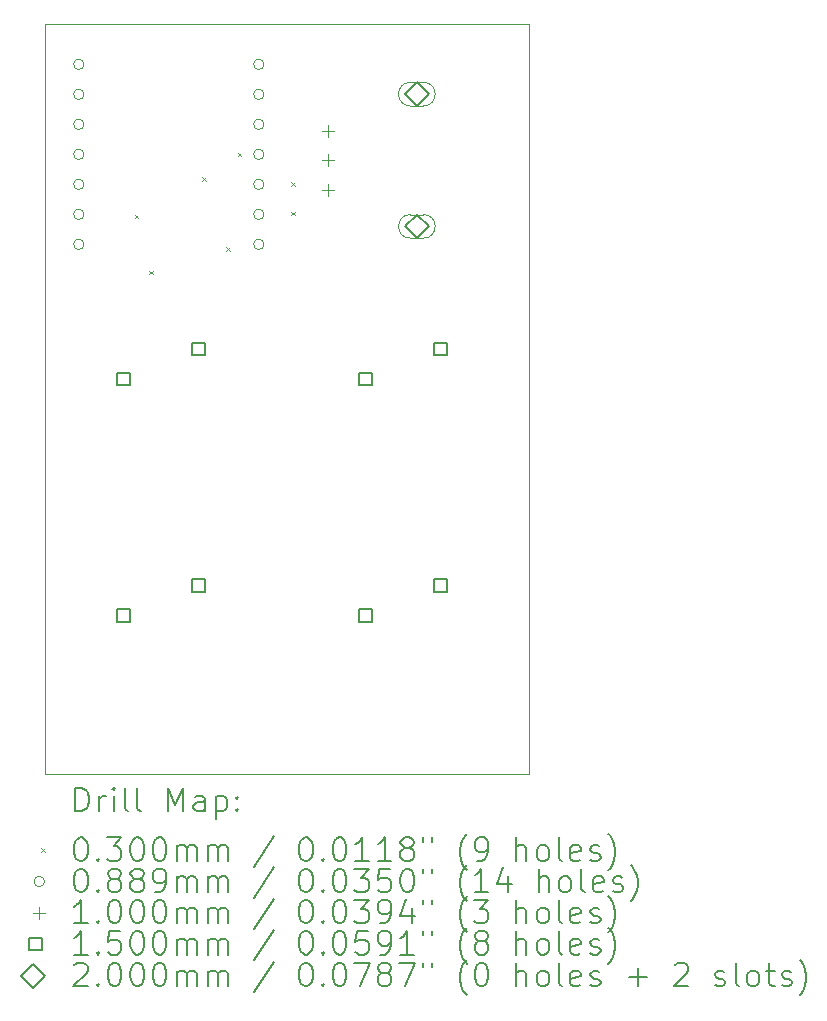
<source format=gbr>
%TF.GenerationSoftware,KiCad,Pcbnew,8.0.9*%
%TF.CreationDate,2025-02-20T23:25:53+01:00*%
%TF.ProjectId,untitled,756e7469-746c-4656-942e-6b696361645f,rev?*%
%TF.SameCoordinates,Original*%
%TF.FileFunction,Drillmap*%
%TF.FilePolarity,Positive*%
%FSLAX45Y45*%
G04 Gerber Fmt 4.5, Leading zero omitted, Abs format (unit mm)*
G04 Created by KiCad (PCBNEW 8.0.9) date 2025-02-20 23:25:53*
%MOMM*%
%LPD*%
G01*
G04 APERTURE LIST*
%ADD10C,0.050000*%
%ADD11C,0.200000*%
%ADD12C,0.100000*%
%ADD13C,0.150000*%
G04 APERTURE END LIST*
D10*
X13950000Y-4850000D02*
X18050000Y-4850000D01*
X18050000Y-11200000D01*
X13950000Y-11200000D01*
X13950000Y-4850000D01*
D11*
D12*
X14710000Y-6460000D02*
X14740000Y-6490000D01*
X14740000Y-6460000D02*
X14710000Y-6490000D01*
X14835000Y-6935000D02*
X14865000Y-6965000D01*
X14865000Y-6935000D02*
X14835000Y-6965000D01*
X14835000Y-6935000D02*
X14865000Y-6965000D01*
X14865000Y-6935000D02*
X14835000Y-6965000D01*
X15285000Y-6145000D02*
X15315000Y-6175000D01*
X15315000Y-6145000D02*
X15285000Y-6175000D01*
X15485000Y-6735000D02*
X15515000Y-6765000D01*
X15515000Y-6735000D02*
X15485000Y-6765000D01*
X15585000Y-5935000D02*
X15615000Y-5965000D01*
X15615000Y-5935000D02*
X15585000Y-5965000D01*
X16035000Y-6185000D02*
X16065000Y-6215000D01*
X16065000Y-6185000D02*
X16035000Y-6215000D01*
X16035000Y-6435000D02*
X16065000Y-6465000D01*
X16065000Y-6435000D02*
X16035000Y-6465000D01*
X16035000Y-6435000D02*
X16065000Y-6465000D01*
X16065000Y-6435000D02*
X16035000Y-6465000D01*
X14282450Y-5188000D02*
G75*
G02*
X14193550Y-5188000I-44450J0D01*
G01*
X14193550Y-5188000D02*
G75*
G02*
X14282450Y-5188000I44450J0D01*
G01*
X14282450Y-5442000D02*
G75*
G02*
X14193550Y-5442000I-44450J0D01*
G01*
X14193550Y-5442000D02*
G75*
G02*
X14282450Y-5442000I44450J0D01*
G01*
X14282450Y-5696000D02*
G75*
G02*
X14193550Y-5696000I-44450J0D01*
G01*
X14193550Y-5696000D02*
G75*
G02*
X14282450Y-5696000I44450J0D01*
G01*
X14282450Y-5950000D02*
G75*
G02*
X14193550Y-5950000I-44450J0D01*
G01*
X14193550Y-5950000D02*
G75*
G02*
X14282450Y-5950000I44450J0D01*
G01*
X14282450Y-6204000D02*
G75*
G02*
X14193550Y-6204000I-44450J0D01*
G01*
X14193550Y-6204000D02*
G75*
G02*
X14282450Y-6204000I44450J0D01*
G01*
X14282450Y-6458000D02*
G75*
G02*
X14193550Y-6458000I-44450J0D01*
G01*
X14193550Y-6458000D02*
G75*
G02*
X14282450Y-6458000I44450J0D01*
G01*
X14282450Y-6712000D02*
G75*
G02*
X14193550Y-6712000I-44450J0D01*
G01*
X14193550Y-6712000D02*
G75*
G02*
X14282450Y-6712000I44450J0D01*
G01*
X15806450Y-5188000D02*
G75*
G02*
X15717550Y-5188000I-44450J0D01*
G01*
X15717550Y-5188000D02*
G75*
G02*
X15806450Y-5188000I44450J0D01*
G01*
X15806450Y-5442000D02*
G75*
G02*
X15717550Y-5442000I-44450J0D01*
G01*
X15717550Y-5442000D02*
G75*
G02*
X15806450Y-5442000I44450J0D01*
G01*
X15806450Y-5696000D02*
G75*
G02*
X15717550Y-5696000I-44450J0D01*
G01*
X15717550Y-5696000D02*
G75*
G02*
X15806450Y-5696000I44450J0D01*
G01*
X15806450Y-5950000D02*
G75*
G02*
X15717550Y-5950000I-44450J0D01*
G01*
X15717550Y-5950000D02*
G75*
G02*
X15806450Y-5950000I44450J0D01*
G01*
X15806450Y-6204000D02*
G75*
G02*
X15717550Y-6204000I-44450J0D01*
G01*
X15717550Y-6204000D02*
G75*
G02*
X15806450Y-6204000I44450J0D01*
G01*
X15806450Y-6458000D02*
G75*
G02*
X15717550Y-6458000I-44450J0D01*
G01*
X15717550Y-6458000D02*
G75*
G02*
X15806450Y-6458000I44450J0D01*
G01*
X15806450Y-6712000D02*
G75*
G02*
X15717550Y-6712000I-44450J0D01*
G01*
X15717550Y-6712000D02*
G75*
G02*
X15806450Y-6712000I44450J0D01*
G01*
X16350000Y-5700000D02*
X16350000Y-5800000D01*
X16300000Y-5750000D02*
X16400000Y-5750000D01*
X16350000Y-5950000D02*
X16350000Y-6050000D01*
X16300000Y-6000000D02*
X16400000Y-6000000D01*
X16350000Y-6200000D02*
X16350000Y-6300000D01*
X16300000Y-6250000D02*
X16400000Y-6250000D01*
D13*
X14668033Y-7907033D02*
X14668033Y-7800966D01*
X14561966Y-7800966D01*
X14561966Y-7907033D01*
X14668033Y-7907033D01*
X14668033Y-9907034D02*
X14668033Y-9800967D01*
X14561966Y-9800967D01*
X14561966Y-9907034D01*
X14668033Y-9907034D01*
X15303033Y-7653033D02*
X15303033Y-7546966D01*
X15196966Y-7546966D01*
X15196966Y-7653033D01*
X15303033Y-7653033D01*
X15303033Y-9653034D02*
X15303033Y-9546967D01*
X15196966Y-9546967D01*
X15196966Y-9653034D01*
X15303033Y-9653034D01*
X16718033Y-7907033D02*
X16718033Y-7800966D01*
X16611966Y-7800966D01*
X16611966Y-7907033D01*
X16718033Y-7907033D01*
X16718033Y-9907034D02*
X16718033Y-9800967D01*
X16611966Y-9800967D01*
X16611966Y-9907034D01*
X16718033Y-9907034D01*
X17353034Y-7653033D02*
X17353034Y-7546966D01*
X17246967Y-7546966D01*
X17246967Y-7653033D01*
X17353034Y-7653033D01*
X17353034Y-9653034D02*
X17353034Y-9546967D01*
X17246967Y-9546967D01*
X17246967Y-9653034D01*
X17353034Y-9653034D01*
D11*
X17100000Y-5540000D02*
X17200000Y-5440000D01*
X17100000Y-5340000D01*
X17000000Y-5440000D01*
X17100000Y-5540000D01*
D12*
X17045000Y-5540000D02*
X17155000Y-5540000D01*
X17155000Y-5340000D02*
G75*
G02*
X17155000Y-5540000I0J-100000D01*
G01*
X17155000Y-5340000D02*
X17045000Y-5340000D01*
X17045000Y-5340000D02*
G75*
G03*
X17045000Y-5540000I0J-100000D01*
G01*
D11*
X17100000Y-6660000D02*
X17200000Y-6560000D01*
X17100000Y-6460000D01*
X17000000Y-6560000D01*
X17100000Y-6660000D01*
D12*
X17045000Y-6660000D02*
X17155000Y-6660000D01*
X17155000Y-6460000D02*
G75*
G02*
X17155000Y-6660000I0J-100000D01*
G01*
X17155000Y-6460000D02*
X17045000Y-6460000D01*
X17045000Y-6460000D02*
G75*
G03*
X17045000Y-6660000I0J-100000D01*
G01*
D11*
X14208277Y-11513984D02*
X14208277Y-11313984D01*
X14208277Y-11313984D02*
X14255896Y-11313984D01*
X14255896Y-11313984D02*
X14284467Y-11323508D01*
X14284467Y-11323508D02*
X14303515Y-11342555D01*
X14303515Y-11342555D02*
X14313039Y-11361603D01*
X14313039Y-11361603D02*
X14322562Y-11399698D01*
X14322562Y-11399698D02*
X14322562Y-11428269D01*
X14322562Y-11428269D02*
X14313039Y-11466365D01*
X14313039Y-11466365D02*
X14303515Y-11485412D01*
X14303515Y-11485412D02*
X14284467Y-11504460D01*
X14284467Y-11504460D02*
X14255896Y-11513984D01*
X14255896Y-11513984D02*
X14208277Y-11513984D01*
X14408277Y-11513984D02*
X14408277Y-11380650D01*
X14408277Y-11418746D02*
X14417801Y-11399698D01*
X14417801Y-11399698D02*
X14427324Y-11390174D01*
X14427324Y-11390174D02*
X14446372Y-11380650D01*
X14446372Y-11380650D02*
X14465420Y-11380650D01*
X14532086Y-11513984D02*
X14532086Y-11380650D01*
X14532086Y-11313984D02*
X14522562Y-11323508D01*
X14522562Y-11323508D02*
X14532086Y-11333031D01*
X14532086Y-11333031D02*
X14541610Y-11323508D01*
X14541610Y-11323508D02*
X14532086Y-11313984D01*
X14532086Y-11313984D02*
X14532086Y-11333031D01*
X14655896Y-11513984D02*
X14636848Y-11504460D01*
X14636848Y-11504460D02*
X14627324Y-11485412D01*
X14627324Y-11485412D02*
X14627324Y-11313984D01*
X14760658Y-11513984D02*
X14741610Y-11504460D01*
X14741610Y-11504460D02*
X14732086Y-11485412D01*
X14732086Y-11485412D02*
X14732086Y-11313984D01*
X14989229Y-11513984D02*
X14989229Y-11313984D01*
X14989229Y-11313984D02*
X15055896Y-11456841D01*
X15055896Y-11456841D02*
X15122562Y-11313984D01*
X15122562Y-11313984D02*
X15122562Y-11513984D01*
X15303515Y-11513984D02*
X15303515Y-11409222D01*
X15303515Y-11409222D02*
X15293991Y-11390174D01*
X15293991Y-11390174D02*
X15274943Y-11380650D01*
X15274943Y-11380650D02*
X15236848Y-11380650D01*
X15236848Y-11380650D02*
X15217801Y-11390174D01*
X15303515Y-11504460D02*
X15284467Y-11513984D01*
X15284467Y-11513984D02*
X15236848Y-11513984D01*
X15236848Y-11513984D02*
X15217801Y-11504460D01*
X15217801Y-11504460D02*
X15208277Y-11485412D01*
X15208277Y-11485412D02*
X15208277Y-11466365D01*
X15208277Y-11466365D02*
X15217801Y-11447317D01*
X15217801Y-11447317D02*
X15236848Y-11437793D01*
X15236848Y-11437793D02*
X15284467Y-11437793D01*
X15284467Y-11437793D02*
X15303515Y-11428269D01*
X15398753Y-11380650D02*
X15398753Y-11580650D01*
X15398753Y-11390174D02*
X15417801Y-11380650D01*
X15417801Y-11380650D02*
X15455896Y-11380650D01*
X15455896Y-11380650D02*
X15474943Y-11390174D01*
X15474943Y-11390174D02*
X15484467Y-11399698D01*
X15484467Y-11399698D02*
X15493991Y-11418746D01*
X15493991Y-11418746D02*
X15493991Y-11475888D01*
X15493991Y-11475888D02*
X15484467Y-11494936D01*
X15484467Y-11494936D02*
X15474943Y-11504460D01*
X15474943Y-11504460D02*
X15455896Y-11513984D01*
X15455896Y-11513984D02*
X15417801Y-11513984D01*
X15417801Y-11513984D02*
X15398753Y-11504460D01*
X15579705Y-11494936D02*
X15589229Y-11504460D01*
X15589229Y-11504460D02*
X15579705Y-11513984D01*
X15579705Y-11513984D02*
X15570182Y-11504460D01*
X15570182Y-11504460D02*
X15579705Y-11494936D01*
X15579705Y-11494936D02*
X15579705Y-11513984D01*
X15579705Y-11390174D02*
X15589229Y-11399698D01*
X15589229Y-11399698D02*
X15579705Y-11409222D01*
X15579705Y-11409222D02*
X15570182Y-11399698D01*
X15570182Y-11399698D02*
X15579705Y-11390174D01*
X15579705Y-11390174D02*
X15579705Y-11409222D01*
D12*
X13917500Y-11827500D02*
X13947500Y-11857500D01*
X13947500Y-11827500D02*
X13917500Y-11857500D01*
D11*
X14246372Y-11733984D02*
X14265420Y-11733984D01*
X14265420Y-11733984D02*
X14284467Y-11743508D01*
X14284467Y-11743508D02*
X14293991Y-11753031D01*
X14293991Y-11753031D02*
X14303515Y-11772079D01*
X14303515Y-11772079D02*
X14313039Y-11810174D01*
X14313039Y-11810174D02*
X14313039Y-11857793D01*
X14313039Y-11857793D02*
X14303515Y-11895888D01*
X14303515Y-11895888D02*
X14293991Y-11914936D01*
X14293991Y-11914936D02*
X14284467Y-11924460D01*
X14284467Y-11924460D02*
X14265420Y-11933984D01*
X14265420Y-11933984D02*
X14246372Y-11933984D01*
X14246372Y-11933984D02*
X14227324Y-11924460D01*
X14227324Y-11924460D02*
X14217801Y-11914936D01*
X14217801Y-11914936D02*
X14208277Y-11895888D01*
X14208277Y-11895888D02*
X14198753Y-11857793D01*
X14198753Y-11857793D02*
X14198753Y-11810174D01*
X14198753Y-11810174D02*
X14208277Y-11772079D01*
X14208277Y-11772079D02*
X14217801Y-11753031D01*
X14217801Y-11753031D02*
X14227324Y-11743508D01*
X14227324Y-11743508D02*
X14246372Y-11733984D01*
X14398753Y-11914936D02*
X14408277Y-11924460D01*
X14408277Y-11924460D02*
X14398753Y-11933984D01*
X14398753Y-11933984D02*
X14389229Y-11924460D01*
X14389229Y-11924460D02*
X14398753Y-11914936D01*
X14398753Y-11914936D02*
X14398753Y-11933984D01*
X14474943Y-11733984D02*
X14598753Y-11733984D01*
X14598753Y-11733984D02*
X14532086Y-11810174D01*
X14532086Y-11810174D02*
X14560658Y-11810174D01*
X14560658Y-11810174D02*
X14579705Y-11819698D01*
X14579705Y-11819698D02*
X14589229Y-11829222D01*
X14589229Y-11829222D02*
X14598753Y-11848269D01*
X14598753Y-11848269D02*
X14598753Y-11895888D01*
X14598753Y-11895888D02*
X14589229Y-11914936D01*
X14589229Y-11914936D02*
X14579705Y-11924460D01*
X14579705Y-11924460D02*
X14560658Y-11933984D01*
X14560658Y-11933984D02*
X14503515Y-11933984D01*
X14503515Y-11933984D02*
X14484467Y-11924460D01*
X14484467Y-11924460D02*
X14474943Y-11914936D01*
X14722562Y-11733984D02*
X14741610Y-11733984D01*
X14741610Y-11733984D02*
X14760658Y-11743508D01*
X14760658Y-11743508D02*
X14770182Y-11753031D01*
X14770182Y-11753031D02*
X14779705Y-11772079D01*
X14779705Y-11772079D02*
X14789229Y-11810174D01*
X14789229Y-11810174D02*
X14789229Y-11857793D01*
X14789229Y-11857793D02*
X14779705Y-11895888D01*
X14779705Y-11895888D02*
X14770182Y-11914936D01*
X14770182Y-11914936D02*
X14760658Y-11924460D01*
X14760658Y-11924460D02*
X14741610Y-11933984D01*
X14741610Y-11933984D02*
X14722562Y-11933984D01*
X14722562Y-11933984D02*
X14703515Y-11924460D01*
X14703515Y-11924460D02*
X14693991Y-11914936D01*
X14693991Y-11914936D02*
X14684467Y-11895888D01*
X14684467Y-11895888D02*
X14674943Y-11857793D01*
X14674943Y-11857793D02*
X14674943Y-11810174D01*
X14674943Y-11810174D02*
X14684467Y-11772079D01*
X14684467Y-11772079D02*
X14693991Y-11753031D01*
X14693991Y-11753031D02*
X14703515Y-11743508D01*
X14703515Y-11743508D02*
X14722562Y-11733984D01*
X14913039Y-11733984D02*
X14932086Y-11733984D01*
X14932086Y-11733984D02*
X14951134Y-11743508D01*
X14951134Y-11743508D02*
X14960658Y-11753031D01*
X14960658Y-11753031D02*
X14970182Y-11772079D01*
X14970182Y-11772079D02*
X14979705Y-11810174D01*
X14979705Y-11810174D02*
X14979705Y-11857793D01*
X14979705Y-11857793D02*
X14970182Y-11895888D01*
X14970182Y-11895888D02*
X14960658Y-11914936D01*
X14960658Y-11914936D02*
X14951134Y-11924460D01*
X14951134Y-11924460D02*
X14932086Y-11933984D01*
X14932086Y-11933984D02*
X14913039Y-11933984D01*
X14913039Y-11933984D02*
X14893991Y-11924460D01*
X14893991Y-11924460D02*
X14884467Y-11914936D01*
X14884467Y-11914936D02*
X14874943Y-11895888D01*
X14874943Y-11895888D02*
X14865420Y-11857793D01*
X14865420Y-11857793D02*
X14865420Y-11810174D01*
X14865420Y-11810174D02*
X14874943Y-11772079D01*
X14874943Y-11772079D02*
X14884467Y-11753031D01*
X14884467Y-11753031D02*
X14893991Y-11743508D01*
X14893991Y-11743508D02*
X14913039Y-11733984D01*
X15065420Y-11933984D02*
X15065420Y-11800650D01*
X15065420Y-11819698D02*
X15074943Y-11810174D01*
X15074943Y-11810174D02*
X15093991Y-11800650D01*
X15093991Y-11800650D02*
X15122563Y-11800650D01*
X15122563Y-11800650D02*
X15141610Y-11810174D01*
X15141610Y-11810174D02*
X15151134Y-11829222D01*
X15151134Y-11829222D02*
X15151134Y-11933984D01*
X15151134Y-11829222D02*
X15160658Y-11810174D01*
X15160658Y-11810174D02*
X15179705Y-11800650D01*
X15179705Y-11800650D02*
X15208277Y-11800650D01*
X15208277Y-11800650D02*
X15227324Y-11810174D01*
X15227324Y-11810174D02*
X15236848Y-11829222D01*
X15236848Y-11829222D02*
X15236848Y-11933984D01*
X15332086Y-11933984D02*
X15332086Y-11800650D01*
X15332086Y-11819698D02*
X15341610Y-11810174D01*
X15341610Y-11810174D02*
X15360658Y-11800650D01*
X15360658Y-11800650D02*
X15389229Y-11800650D01*
X15389229Y-11800650D02*
X15408277Y-11810174D01*
X15408277Y-11810174D02*
X15417801Y-11829222D01*
X15417801Y-11829222D02*
X15417801Y-11933984D01*
X15417801Y-11829222D02*
X15427324Y-11810174D01*
X15427324Y-11810174D02*
X15446372Y-11800650D01*
X15446372Y-11800650D02*
X15474943Y-11800650D01*
X15474943Y-11800650D02*
X15493991Y-11810174D01*
X15493991Y-11810174D02*
X15503515Y-11829222D01*
X15503515Y-11829222D02*
X15503515Y-11933984D01*
X15893991Y-11724460D02*
X15722563Y-11981603D01*
X16151134Y-11733984D02*
X16170182Y-11733984D01*
X16170182Y-11733984D02*
X16189229Y-11743508D01*
X16189229Y-11743508D02*
X16198753Y-11753031D01*
X16198753Y-11753031D02*
X16208277Y-11772079D01*
X16208277Y-11772079D02*
X16217801Y-11810174D01*
X16217801Y-11810174D02*
X16217801Y-11857793D01*
X16217801Y-11857793D02*
X16208277Y-11895888D01*
X16208277Y-11895888D02*
X16198753Y-11914936D01*
X16198753Y-11914936D02*
X16189229Y-11924460D01*
X16189229Y-11924460D02*
X16170182Y-11933984D01*
X16170182Y-11933984D02*
X16151134Y-11933984D01*
X16151134Y-11933984D02*
X16132086Y-11924460D01*
X16132086Y-11924460D02*
X16122563Y-11914936D01*
X16122563Y-11914936D02*
X16113039Y-11895888D01*
X16113039Y-11895888D02*
X16103515Y-11857793D01*
X16103515Y-11857793D02*
X16103515Y-11810174D01*
X16103515Y-11810174D02*
X16113039Y-11772079D01*
X16113039Y-11772079D02*
X16122563Y-11753031D01*
X16122563Y-11753031D02*
X16132086Y-11743508D01*
X16132086Y-11743508D02*
X16151134Y-11733984D01*
X16303515Y-11914936D02*
X16313039Y-11924460D01*
X16313039Y-11924460D02*
X16303515Y-11933984D01*
X16303515Y-11933984D02*
X16293991Y-11924460D01*
X16293991Y-11924460D02*
X16303515Y-11914936D01*
X16303515Y-11914936D02*
X16303515Y-11933984D01*
X16436848Y-11733984D02*
X16455896Y-11733984D01*
X16455896Y-11733984D02*
X16474944Y-11743508D01*
X16474944Y-11743508D02*
X16484467Y-11753031D01*
X16484467Y-11753031D02*
X16493991Y-11772079D01*
X16493991Y-11772079D02*
X16503515Y-11810174D01*
X16503515Y-11810174D02*
X16503515Y-11857793D01*
X16503515Y-11857793D02*
X16493991Y-11895888D01*
X16493991Y-11895888D02*
X16484467Y-11914936D01*
X16484467Y-11914936D02*
X16474944Y-11924460D01*
X16474944Y-11924460D02*
X16455896Y-11933984D01*
X16455896Y-11933984D02*
X16436848Y-11933984D01*
X16436848Y-11933984D02*
X16417801Y-11924460D01*
X16417801Y-11924460D02*
X16408277Y-11914936D01*
X16408277Y-11914936D02*
X16398753Y-11895888D01*
X16398753Y-11895888D02*
X16389229Y-11857793D01*
X16389229Y-11857793D02*
X16389229Y-11810174D01*
X16389229Y-11810174D02*
X16398753Y-11772079D01*
X16398753Y-11772079D02*
X16408277Y-11753031D01*
X16408277Y-11753031D02*
X16417801Y-11743508D01*
X16417801Y-11743508D02*
X16436848Y-11733984D01*
X16693991Y-11933984D02*
X16579706Y-11933984D01*
X16636848Y-11933984D02*
X16636848Y-11733984D01*
X16636848Y-11733984D02*
X16617801Y-11762555D01*
X16617801Y-11762555D02*
X16598753Y-11781603D01*
X16598753Y-11781603D02*
X16579706Y-11791127D01*
X16884468Y-11933984D02*
X16770182Y-11933984D01*
X16827325Y-11933984D02*
X16827325Y-11733984D01*
X16827325Y-11733984D02*
X16808277Y-11762555D01*
X16808277Y-11762555D02*
X16789229Y-11781603D01*
X16789229Y-11781603D02*
X16770182Y-11791127D01*
X16998753Y-11819698D02*
X16979706Y-11810174D01*
X16979706Y-11810174D02*
X16970182Y-11800650D01*
X16970182Y-11800650D02*
X16960658Y-11781603D01*
X16960658Y-11781603D02*
X16960658Y-11772079D01*
X16960658Y-11772079D02*
X16970182Y-11753031D01*
X16970182Y-11753031D02*
X16979706Y-11743508D01*
X16979706Y-11743508D02*
X16998753Y-11733984D01*
X16998753Y-11733984D02*
X17036849Y-11733984D01*
X17036849Y-11733984D02*
X17055896Y-11743508D01*
X17055896Y-11743508D02*
X17065420Y-11753031D01*
X17065420Y-11753031D02*
X17074944Y-11772079D01*
X17074944Y-11772079D02*
X17074944Y-11781603D01*
X17074944Y-11781603D02*
X17065420Y-11800650D01*
X17065420Y-11800650D02*
X17055896Y-11810174D01*
X17055896Y-11810174D02*
X17036849Y-11819698D01*
X17036849Y-11819698D02*
X16998753Y-11819698D01*
X16998753Y-11819698D02*
X16979706Y-11829222D01*
X16979706Y-11829222D02*
X16970182Y-11838746D01*
X16970182Y-11838746D02*
X16960658Y-11857793D01*
X16960658Y-11857793D02*
X16960658Y-11895888D01*
X16960658Y-11895888D02*
X16970182Y-11914936D01*
X16970182Y-11914936D02*
X16979706Y-11924460D01*
X16979706Y-11924460D02*
X16998753Y-11933984D01*
X16998753Y-11933984D02*
X17036849Y-11933984D01*
X17036849Y-11933984D02*
X17055896Y-11924460D01*
X17055896Y-11924460D02*
X17065420Y-11914936D01*
X17065420Y-11914936D02*
X17074944Y-11895888D01*
X17074944Y-11895888D02*
X17074944Y-11857793D01*
X17074944Y-11857793D02*
X17065420Y-11838746D01*
X17065420Y-11838746D02*
X17055896Y-11829222D01*
X17055896Y-11829222D02*
X17036849Y-11819698D01*
X17151134Y-11733984D02*
X17151134Y-11772079D01*
X17227325Y-11733984D02*
X17227325Y-11772079D01*
X17522563Y-12010174D02*
X17513039Y-12000650D01*
X17513039Y-12000650D02*
X17493991Y-11972079D01*
X17493991Y-11972079D02*
X17484468Y-11953031D01*
X17484468Y-11953031D02*
X17474944Y-11924460D01*
X17474944Y-11924460D02*
X17465420Y-11876841D01*
X17465420Y-11876841D02*
X17465420Y-11838746D01*
X17465420Y-11838746D02*
X17474944Y-11791127D01*
X17474944Y-11791127D02*
X17484468Y-11762555D01*
X17484468Y-11762555D02*
X17493991Y-11743508D01*
X17493991Y-11743508D02*
X17513039Y-11714936D01*
X17513039Y-11714936D02*
X17522563Y-11705412D01*
X17608277Y-11933984D02*
X17646372Y-11933984D01*
X17646372Y-11933984D02*
X17665420Y-11924460D01*
X17665420Y-11924460D02*
X17674944Y-11914936D01*
X17674944Y-11914936D02*
X17693991Y-11886365D01*
X17693991Y-11886365D02*
X17703515Y-11848269D01*
X17703515Y-11848269D02*
X17703515Y-11772079D01*
X17703515Y-11772079D02*
X17693991Y-11753031D01*
X17693991Y-11753031D02*
X17684468Y-11743508D01*
X17684468Y-11743508D02*
X17665420Y-11733984D01*
X17665420Y-11733984D02*
X17627325Y-11733984D01*
X17627325Y-11733984D02*
X17608277Y-11743508D01*
X17608277Y-11743508D02*
X17598753Y-11753031D01*
X17598753Y-11753031D02*
X17589230Y-11772079D01*
X17589230Y-11772079D02*
X17589230Y-11819698D01*
X17589230Y-11819698D02*
X17598753Y-11838746D01*
X17598753Y-11838746D02*
X17608277Y-11848269D01*
X17608277Y-11848269D02*
X17627325Y-11857793D01*
X17627325Y-11857793D02*
X17665420Y-11857793D01*
X17665420Y-11857793D02*
X17684468Y-11848269D01*
X17684468Y-11848269D02*
X17693991Y-11838746D01*
X17693991Y-11838746D02*
X17703515Y-11819698D01*
X17941611Y-11933984D02*
X17941611Y-11733984D01*
X18027325Y-11933984D02*
X18027325Y-11829222D01*
X18027325Y-11829222D02*
X18017801Y-11810174D01*
X18017801Y-11810174D02*
X17998753Y-11800650D01*
X17998753Y-11800650D02*
X17970182Y-11800650D01*
X17970182Y-11800650D02*
X17951134Y-11810174D01*
X17951134Y-11810174D02*
X17941611Y-11819698D01*
X18151134Y-11933984D02*
X18132087Y-11924460D01*
X18132087Y-11924460D02*
X18122563Y-11914936D01*
X18122563Y-11914936D02*
X18113039Y-11895888D01*
X18113039Y-11895888D02*
X18113039Y-11838746D01*
X18113039Y-11838746D02*
X18122563Y-11819698D01*
X18122563Y-11819698D02*
X18132087Y-11810174D01*
X18132087Y-11810174D02*
X18151134Y-11800650D01*
X18151134Y-11800650D02*
X18179706Y-11800650D01*
X18179706Y-11800650D02*
X18198753Y-11810174D01*
X18198753Y-11810174D02*
X18208277Y-11819698D01*
X18208277Y-11819698D02*
X18217801Y-11838746D01*
X18217801Y-11838746D02*
X18217801Y-11895888D01*
X18217801Y-11895888D02*
X18208277Y-11914936D01*
X18208277Y-11914936D02*
X18198753Y-11924460D01*
X18198753Y-11924460D02*
X18179706Y-11933984D01*
X18179706Y-11933984D02*
X18151134Y-11933984D01*
X18332087Y-11933984D02*
X18313039Y-11924460D01*
X18313039Y-11924460D02*
X18303515Y-11905412D01*
X18303515Y-11905412D02*
X18303515Y-11733984D01*
X18484468Y-11924460D02*
X18465420Y-11933984D01*
X18465420Y-11933984D02*
X18427325Y-11933984D01*
X18427325Y-11933984D02*
X18408277Y-11924460D01*
X18408277Y-11924460D02*
X18398753Y-11905412D01*
X18398753Y-11905412D02*
X18398753Y-11829222D01*
X18398753Y-11829222D02*
X18408277Y-11810174D01*
X18408277Y-11810174D02*
X18427325Y-11800650D01*
X18427325Y-11800650D02*
X18465420Y-11800650D01*
X18465420Y-11800650D02*
X18484468Y-11810174D01*
X18484468Y-11810174D02*
X18493992Y-11829222D01*
X18493992Y-11829222D02*
X18493992Y-11848269D01*
X18493992Y-11848269D02*
X18398753Y-11867317D01*
X18570182Y-11924460D02*
X18589230Y-11933984D01*
X18589230Y-11933984D02*
X18627325Y-11933984D01*
X18627325Y-11933984D02*
X18646373Y-11924460D01*
X18646373Y-11924460D02*
X18655896Y-11905412D01*
X18655896Y-11905412D02*
X18655896Y-11895888D01*
X18655896Y-11895888D02*
X18646373Y-11876841D01*
X18646373Y-11876841D02*
X18627325Y-11867317D01*
X18627325Y-11867317D02*
X18598753Y-11867317D01*
X18598753Y-11867317D02*
X18579706Y-11857793D01*
X18579706Y-11857793D02*
X18570182Y-11838746D01*
X18570182Y-11838746D02*
X18570182Y-11829222D01*
X18570182Y-11829222D02*
X18579706Y-11810174D01*
X18579706Y-11810174D02*
X18598753Y-11800650D01*
X18598753Y-11800650D02*
X18627325Y-11800650D01*
X18627325Y-11800650D02*
X18646373Y-11810174D01*
X18722563Y-12010174D02*
X18732087Y-12000650D01*
X18732087Y-12000650D02*
X18751134Y-11972079D01*
X18751134Y-11972079D02*
X18760658Y-11953031D01*
X18760658Y-11953031D02*
X18770182Y-11924460D01*
X18770182Y-11924460D02*
X18779706Y-11876841D01*
X18779706Y-11876841D02*
X18779706Y-11838746D01*
X18779706Y-11838746D02*
X18770182Y-11791127D01*
X18770182Y-11791127D02*
X18760658Y-11762555D01*
X18760658Y-11762555D02*
X18751134Y-11743508D01*
X18751134Y-11743508D02*
X18732087Y-11714936D01*
X18732087Y-11714936D02*
X18722563Y-11705412D01*
D12*
X13947500Y-12106500D02*
G75*
G02*
X13858600Y-12106500I-44450J0D01*
G01*
X13858600Y-12106500D02*
G75*
G02*
X13947500Y-12106500I44450J0D01*
G01*
D11*
X14246372Y-11997984D02*
X14265420Y-11997984D01*
X14265420Y-11997984D02*
X14284467Y-12007508D01*
X14284467Y-12007508D02*
X14293991Y-12017031D01*
X14293991Y-12017031D02*
X14303515Y-12036079D01*
X14303515Y-12036079D02*
X14313039Y-12074174D01*
X14313039Y-12074174D02*
X14313039Y-12121793D01*
X14313039Y-12121793D02*
X14303515Y-12159888D01*
X14303515Y-12159888D02*
X14293991Y-12178936D01*
X14293991Y-12178936D02*
X14284467Y-12188460D01*
X14284467Y-12188460D02*
X14265420Y-12197984D01*
X14265420Y-12197984D02*
X14246372Y-12197984D01*
X14246372Y-12197984D02*
X14227324Y-12188460D01*
X14227324Y-12188460D02*
X14217801Y-12178936D01*
X14217801Y-12178936D02*
X14208277Y-12159888D01*
X14208277Y-12159888D02*
X14198753Y-12121793D01*
X14198753Y-12121793D02*
X14198753Y-12074174D01*
X14198753Y-12074174D02*
X14208277Y-12036079D01*
X14208277Y-12036079D02*
X14217801Y-12017031D01*
X14217801Y-12017031D02*
X14227324Y-12007508D01*
X14227324Y-12007508D02*
X14246372Y-11997984D01*
X14398753Y-12178936D02*
X14408277Y-12188460D01*
X14408277Y-12188460D02*
X14398753Y-12197984D01*
X14398753Y-12197984D02*
X14389229Y-12188460D01*
X14389229Y-12188460D02*
X14398753Y-12178936D01*
X14398753Y-12178936D02*
X14398753Y-12197984D01*
X14522562Y-12083698D02*
X14503515Y-12074174D01*
X14503515Y-12074174D02*
X14493991Y-12064650D01*
X14493991Y-12064650D02*
X14484467Y-12045603D01*
X14484467Y-12045603D02*
X14484467Y-12036079D01*
X14484467Y-12036079D02*
X14493991Y-12017031D01*
X14493991Y-12017031D02*
X14503515Y-12007508D01*
X14503515Y-12007508D02*
X14522562Y-11997984D01*
X14522562Y-11997984D02*
X14560658Y-11997984D01*
X14560658Y-11997984D02*
X14579705Y-12007508D01*
X14579705Y-12007508D02*
X14589229Y-12017031D01*
X14589229Y-12017031D02*
X14598753Y-12036079D01*
X14598753Y-12036079D02*
X14598753Y-12045603D01*
X14598753Y-12045603D02*
X14589229Y-12064650D01*
X14589229Y-12064650D02*
X14579705Y-12074174D01*
X14579705Y-12074174D02*
X14560658Y-12083698D01*
X14560658Y-12083698D02*
X14522562Y-12083698D01*
X14522562Y-12083698D02*
X14503515Y-12093222D01*
X14503515Y-12093222D02*
X14493991Y-12102746D01*
X14493991Y-12102746D02*
X14484467Y-12121793D01*
X14484467Y-12121793D02*
X14484467Y-12159888D01*
X14484467Y-12159888D02*
X14493991Y-12178936D01*
X14493991Y-12178936D02*
X14503515Y-12188460D01*
X14503515Y-12188460D02*
X14522562Y-12197984D01*
X14522562Y-12197984D02*
X14560658Y-12197984D01*
X14560658Y-12197984D02*
X14579705Y-12188460D01*
X14579705Y-12188460D02*
X14589229Y-12178936D01*
X14589229Y-12178936D02*
X14598753Y-12159888D01*
X14598753Y-12159888D02*
X14598753Y-12121793D01*
X14598753Y-12121793D02*
X14589229Y-12102746D01*
X14589229Y-12102746D02*
X14579705Y-12093222D01*
X14579705Y-12093222D02*
X14560658Y-12083698D01*
X14713039Y-12083698D02*
X14693991Y-12074174D01*
X14693991Y-12074174D02*
X14684467Y-12064650D01*
X14684467Y-12064650D02*
X14674943Y-12045603D01*
X14674943Y-12045603D02*
X14674943Y-12036079D01*
X14674943Y-12036079D02*
X14684467Y-12017031D01*
X14684467Y-12017031D02*
X14693991Y-12007508D01*
X14693991Y-12007508D02*
X14713039Y-11997984D01*
X14713039Y-11997984D02*
X14751134Y-11997984D01*
X14751134Y-11997984D02*
X14770182Y-12007508D01*
X14770182Y-12007508D02*
X14779705Y-12017031D01*
X14779705Y-12017031D02*
X14789229Y-12036079D01*
X14789229Y-12036079D02*
X14789229Y-12045603D01*
X14789229Y-12045603D02*
X14779705Y-12064650D01*
X14779705Y-12064650D02*
X14770182Y-12074174D01*
X14770182Y-12074174D02*
X14751134Y-12083698D01*
X14751134Y-12083698D02*
X14713039Y-12083698D01*
X14713039Y-12083698D02*
X14693991Y-12093222D01*
X14693991Y-12093222D02*
X14684467Y-12102746D01*
X14684467Y-12102746D02*
X14674943Y-12121793D01*
X14674943Y-12121793D02*
X14674943Y-12159888D01*
X14674943Y-12159888D02*
X14684467Y-12178936D01*
X14684467Y-12178936D02*
X14693991Y-12188460D01*
X14693991Y-12188460D02*
X14713039Y-12197984D01*
X14713039Y-12197984D02*
X14751134Y-12197984D01*
X14751134Y-12197984D02*
X14770182Y-12188460D01*
X14770182Y-12188460D02*
X14779705Y-12178936D01*
X14779705Y-12178936D02*
X14789229Y-12159888D01*
X14789229Y-12159888D02*
X14789229Y-12121793D01*
X14789229Y-12121793D02*
X14779705Y-12102746D01*
X14779705Y-12102746D02*
X14770182Y-12093222D01*
X14770182Y-12093222D02*
X14751134Y-12083698D01*
X14884467Y-12197984D02*
X14922562Y-12197984D01*
X14922562Y-12197984D02*
X14941610Y-12188460D01*
X14941610Y-12188460D02*
X14951134Y-12178936D01*
X14951134Y-12178936D02*
X14970182Y-12150365D01*
X14970182Y-12150365D02*
X14979705Y-12112269D01*
X14979705Y-12112269D02*
X14979705Y-12036079D01*
X14979705Y-12036079D02*
X14970182Y-12017031D01*
X14970182Y-12017031D02*
X14960658Y-12007508D01*
X14960658Y-12007508D02*
X14941610Y-11997984D01*
X14941610Y-11997984D02*
X14903515Y-11997984D01*
X14903515Y-11997984D02*
X14884467Y-12007508D01*
X14884467Y-12007508D02*
X14874943Y-12017031D01*
X14874943Y-12017031D02*
X14865420Y-12036079D01*
X14865420Y-12036079D02*
X14865420Y-12083698D01*
X14865420Y-12083698D02*
X14874943Y-12102746D01*
X14874943Y-12102746D02*
X14884467Y-12112269D01*
X14884467Y-12112269D02*
X14903515Y-12121793D01*
X14903515Y-12121793D02*
X14941610Y-12121793D01*
X14941610Y-12121793D02*
X14960658Y-12112269D01*
X14960658Y-12112269D02*
X14970182Y-12102746D01*
X14970182Y-12102746D02*
X14979705Y-12083698D01*
X15065420Y-12197984D02*
X15065420Y-12064650D01*
X15065420Y-12083698D02*
X15074943Y-12074174D01*
X15074943Y-12074174D02*
X15093991Y-12064650D01*
X15093991Y-12064650D02*
X15122563Y-12064650D01*
X15122563Y-12064650D02*
X15141610Y-12074174D01*
X15141610Y-12074174D02*
X15151134Y-12093222D01*
X15151134Y-12093222D02*
X15151134Y-12197984D01*
X15151134Y-12093222D02*
X15160658Y-12074174D01*
X15160658Y-12074174D02*
X15179705Y-12064650D01*
X15179705Y-12064650D02*
X15208277Y-12064650D01*
X15208277Y-12064650D02*
X15227324Y-12074174D01*
X15227324Y-12074174D02*
X15236848Y-12093222D01*
X15236848Y-12093222D02*
X15236848Y-12197984D01*
X15332086Y-12197984D02*
X15332086Y-12064650D01*
X15332086Y-12083698D02*
X15341610Y-12074174D01*
X15341610Y-12074174D02*
X15360658Y-12064650D01*
X15360658Y-12064650D02*
X15389229Y-12064650D01*
X15389229Y-12064650D02*
X15408277Y-12074174D01*
X15408277Y-12074174D02*
X15417801Y-12093222D01*
X15417801Y-12093222D02*
X15417801Y-12197984D01*
X15417801Y-12093222D02*
X15427324Y-12074174D01*
X15427324Y-12074174D02*
X15446372Y-12064650D01*
X15446372Y-12064650D02*
X15474943Y-12064650D01*
X15474943Y-12064650D02*
X15493991Y-12074174D01*
X15493991Y-12074174D02*
X15503515Y-12093222D01*
X15503515Y-12093222D02*
X15503515Y-12197984D01*
X15893991Y-11988460D02*
X15722563Y-12245603D01*
X16151134Y-11997984D02*
X16170182Y-11997984D01*
X16170182Y-11997984D02*
X16189229Y-12007508D01*
X16189229Y-12007508D02*
X16198753Y-12017031D01*
X16198753Y-12017031D02*
X16208277Y-12036079D01*
X16208277Y-12036079D02*
X16217801Y-12074174D01*
X16217801Y-12074174D02*
X16217801Y-12121793D01*
X16217801Y-12121793D02*
X16208277Y-12159888D01*
X16208277Y-12159888D02*
X16198753Y-12178936D01*
X16198753Y-12178936D02*
X16189229Y-12188460D01*
X16189229Y-12188460D02*
X16170182Y-12197984D01*
X16170182Y-12197984D02*
X16151134Y-12197984D01*
X16151134Y-12197984D02*
X16132086Y-12188460D01*
X16132086Y-12188460D02*
X16122563Y-12178936D01*
X16122563Y-12178936D02*
X16113039Y-12159888D01*
X16113039Y-12159888D02*
X16103515Y-12121793D01*
X16103515Y-12121793D02*
X16103515Y-12074174D01*
X16103515Y-12074174D02*
X16113039Y-12036079D01*
X16113039Y-12036079D02*
X16122563Y-12017031D01*
X16122563Y-12017031D02*
X16132086Y-12007508D01*
X16132086Y-12007508D02*
X16151134Y-11997984D01*
X16303515Y-12178936D02*
X16313039Y-12188460D01*
X16313039Y-12188460D02*
X16303515Y-12197984D01*
X16303515Y-12197984D02*
X16293991Y-12188460D01*
X16293991Y-12188460D02*
X16303515Y-12178936D01*
X16303515Y-12178936D02*
X16303515Y-12197984D01*
X16436848Y-11997984D02*
X16455896Y-11997984D01*
X16455896Y-11997984D02*
X16474944Y-12007508D01*
X16474944Y-12007508D02*
X16484467Y-12017031D01*
X16484467Y-12017031D02*
X16493991Y-12036079D01*
X16493991Y-12036079D02*
X16503515Y-12074174D01*
X16503515Y-12074174D02*
X16503515Y-12121793D01*
X16503515Y-12121793D02*
X16493991Y-12159888D01*
X16493991Y-12159888D02*
X16484467Y-12178936D01*
X16484467Y-12178936D02*
X16474944Y-12188460D01*
X16474944Y-12188460D02*
X16455896Y-12197984D01*
X16455896Y-12197984D02*
X16436848Y-12197984D01*
X16436848Y-12197984D02*
X16417801Y-12188460D01*
X16417801Y-12188460D02*
X16408277Y-12178936D01*
X16408277Y-12178936D02*
X16398753Y-12159888D01*
X16398753Y-12159888D02*
X16389229Y-12121793D01*
X16389229Y-12121793D02*
X16389229Y-12074174D01*
X16389229Y-12074174D02*
X16398753Y-12036079D01*
X16398753Y-12036079D02*
X16408277Y-12017031D01*
X16408277Y-12017031D02*
X16417801Y-12007508D01*
X16417801Y-12007508D02*
X16436848Y-11997984D01*
X16570182Y-11997984D02*
X16693991Y-11997984D01*
X16693991Y-11997984D02*
X16627325Y-12074174D01*
X16627325Y-12074174D02*
X16655896Y-12074174D01*
X16655896Y-12074174D02*
X16674944Y-12083698D01*
X16674944Y-12083698D02*
X16684467Y-12093222D01*
X16684467Y-12093222D02*
X16693991Y-12112269D01*
X16693991Y-12112269D02*
X16693991Y-12159888D01*
X16693991Y-12159888D02*
X16684467Y-12178936D01*
X16684467Y-12178936D02*
X16674944Y-12188460D01*
X16674944Y-12188460D02*
X16655896Y-12197984D01*
X16655896Y-12197984D02*
X16598753Y-12197984D01*
X16598753Y-12197984D02*
X16579706Y-12188460D01*
X16579706Y-12188460D02*
X16570182Y-12178936D01*
X16874944Y-11997984D02*
X16779706Y-11997984D01*
X16779706Y-11997984D02*
X16770182Y-12093222D01*
X16770182Y-12093222D02*
X16779706Y-12083698D01*
X16779706Y-12083698D02*
X16798753Y-12074174D01*
X16798753Y-12074174D02*
X16846372Y-12074174D01*
X16846372Y-12074174D02*
X16865420Y-12083698D01*
X16865420Y-12083698D02*
X16874944Y-12093222D01*
X16874944Y-12093222D02*
X16884468Y-12112269D01*
X16884468Y-12112269D02*
X16884468Y-12159888D01*
X16884468Y-12159888D02*
X16874944Y-12178936D01*
X16874944Y-12178936D02*
X16865420Y-12188460D01*
X16865420Y-12188460D02*
X16846372Y-12197984D01*
X16846372Y-12197984D02*
X16798753Y-12197984D01*
X16798753Y-12197984D02*
X16779706Y-12188460D01*
X16779706Y-12188460D02*
X16770182Y-12178936D01*
X17008277Y-11997984D02*
X17027325Y-11997984D01*
X17027325Y-11997984D02*
X17046372Y-12007508D01*
X17046372Y-12007508D02*
X17055896Y-12017031D01*
X17055896Y-12017031D02*
X17065420Y-12036079D01*
X17065420Y-12036079D02*
X17074944Y-12074174D01*
X17074944Y-12074174D02*
X17074944Y-12121793D01*
X17074944Y-12121793D02*
X17065420Y-12159888D01*
X17065420Y-12159888D02*
X17055896Y-12178936D01*
X17055896Y-12178936D02*
X17046372Y-12188460D01*
X17046372Y-12188460D02*
X17027325Y-12197984D01*
X17027325Y-12197984D02*
X17008277Y-12197984D01*
X17008277Y-12197984D02*
X16989229Y-12188460D01*
X16989229Y-12188460D02*
X16979706Y-12178936D01*
X16979706Y-12178936D02*
X16970182Y-12159888D01*
X16970182Y-12159888D02*
X16960658Y-12121793D01*
X16960658Y-12121793D02*
X16960658Y-12074174D01*
X16960658Y-12074174D02*
X16970182Y-12036079D01*
X16970182Y-12036079D02*
X16979706Y-12017031D01*
X16979706Y-12017031D02*
X16989229Y-12007508D01*
X16989229Y-12007508D02*
X17008277Y-11997984D01*
X17151134Y-11997984D02*
X17151134Y-12036079D01*
X17227325Y-11997984D02*
X17227325Y-12036079D01*
X17522563Y-12274174D02*
X17513039Y-12264650D01*
X17513039Y-12264650D02*
X17493991Y-12236079D01*
X17493991Y-12236079D02*
X17484468Y-12217031D01*
X17484468Y-12217031D02*
X17474944Y-12188460D01*
X17474944Y-12188460D02*
X17465420Y-12140841D01*
X17465420Y-12140841D02*
X17465420Y-12102746D01*
X17465420Y-12102746D02*
X17474944Y-12055127D01*
X17474944Y-12055127D02*
X17484468Y-12026555D01*
X17484468Y-12026555D02*
X17493991Y-12007508D01*
X17493991Y-12007508D02*
X17513039Y-11978936D01*
X17513039Y-11978936D02*
X17522563Y-11969412D01*
X17703515Y-12197984D02*
X17589230Y-12197984D01*
X17646372Y-12197984D02*
X17646372Y-11997984D01*
X17646372Y-11997984D02*
X17627325Y-12026555D01*
X17627325Y-12026555D02*
X17608277Y-12045603D01*
X17608277Y-12045603D02*
X17589230Y-12055127D01*
X17874944Y-12064650D02*
X17874944Y-12197984D01*
X17827325Y-11988460D02*
X17779706Y-12131317D01*
X17779706Y-12131317D02*
X17903515Y-12131317D01*
X18132087Y-12197984D02*
X18132087Y-11997984D01*
X18217801Y-12197984D02*
X18217801Y-12093222D01*
X18217801Y-12093222D02*
X18208277Y-12074174D01*
X18208277Y-12074174D02*
X18189230Y-12064650D01*
X18189230Y-12064650D02*
X18160658Y-12064650D01*
X18160658Y-12064650D02*
X18141611Y-12074174D01*
X18141611Y-12074174D02*
X18132087Y-12083698D01*
X18341611Y-12197984D02*
X18322563Y-12188460D01*
X18322563Y-12188460D02*
X18313039Y-12178936D01*
X18313039Y-12178936D02*
X18303515Y-12159888D01*
X18303515Y-12159888D02*
X18303515Y-12102746D01*
X18303515Y-12102746D02*
X18313039Y-12083698D01*
X18313039Y-12083698D02*
X18322563Y-12074174D01*
X18322563Y-12074174D02*
X18341611Y-12064650D01*
X18341611Y-12064650D02*
X18370182Y-12064650D01*
X18370182Y-12064650D02*
X18389230Y-12074174D01*
X18389230Y-12074174D02*
X18398753Y-12083698D01*
X18398753Y-12083698D02*
X18408277Y-12102746D01*
X18408277Y-12102746D02*
X18408277Y-12159888D01*
X18408277Y-12159888D02*
X18398753Y-12178936D01*
X18398753Y-12178936D02*
X18389230Y-12188460D01*
X18389230Y-12188460D02*
X18370182Y-12197984D01*
X18370182Y-12197984D02*
X18341611Y-12197984D01*
X18522563Y-12197984D02*
X18503515Y-12188460D01*
X18503515Y-12188460D02*
X18493992Y-12169412D01*
X18493992Y-12169412D02*
X18493992Y-11997984D01*
X18674944Y-12188460D02*
X18655896Y-12197984D01*
X18655896Y-12197984D02*
X18617801Y-12197984D01*
X18617801Y-12197984D02*
X18598753Y-12188460D01*
X18598753Y-12188460D02*
X18589230Y-12169412D01*
X18589230Y-12169412D02*
X18589230Y-12093222D01*
X18589230Y-12093222D02*
X18598753Y-12074174D01*
X18598753Y-12074174D02*
X18617801Y-12064650D01*
X18617801Y-12064650D02*
X18655896Y-12064650D01*
X18655896Y-12064650D02*
X18674944Y-12074174D01*
X18674944Y-12074174D02*
X18684468Y-12093222D01*
X18684468Y-12093222D02*
X18684468Y-12112269D01*
X18684468Y-12112269D02*
X18589230Y-12131317D01*
X18760658Y-12188460D02*
X18779706Y-12197984D01*
X18779706Y-12197984D02*
X18817801Y-12197984D01*
X18817801Y-12197984D02*
X18836849Y-12188460D01*
X18836849Y-12188460D02*
X18846373Y-12169412D01*
X18846373Y-12169412D02*
X18846373Y-12159888D01*
X18846373Y-12159888D02*
X18836849Y-12140841D01*
X18836849Y-12140841D02*
X18817801Y-12131317D01*
X18817801Y-12131317D02*
X18789230Y-12131317D01*
X18789230Y-12131317D02*
X18770182Y-12121793D01*
X18770182Y-12121793D02*
X18760658Y-12102746D01*
X18760658Y-12102746D02*
X18760658Y-12093222D01*
X18760658Y-12093222D02*
X18770182Y-12074174D01*
X18770182Y-12074174D02*
X18789230Y-12064650D01*
X18789230Y-12064650D02*
X18817801Y-12064650D01*
X18817801Y-12064650D02*
X18836849Y-12074174D01*
X18913039Y-12274174D02*
X18922563Y-12264650D01*
X18922563Y-12264650D02*
X18941611Y-12236079D01*
X18941611Y-12236079D02*
X18951134Y-12217031D01*
X18951134Y-12217031D02*
X18960658Y-12188460D01*
X18960658Y-12188460D02*
X18970182Y-12140841D01*
X18970182Y-12140841D02*
X18970182Y-12102746D01*
X18970182Y-12102746D02*
X18960658Y-12055127D01*
X18960658Y-12055127D02*
X18951134Y-12026555D01*
X18951134Y-12026555D02*
X18941611Y-12007508D01*
X18941611Y-12007508D02*
X18922563Y-11978936D01*
X18922563Y-11978936D02*
X18913039Y-11969412D01*
D12*
X13897500Y-12320500D02*
X13897500Y-12420500D01*
X13847500Y-12370500D02*
X13947500Y-12370500D01*
D11*
X14313039Y-12461984D02*
X14198753Y-12461984D01*
X14255896Y-12461984D02*
X14255896Y-12261984D01*
X14255896Y-12261984D02*
X14236848Y-12290555D01*
X14236848Y-12290555D02*
X14217801Y-12309603D01*
X14217801Y-12309603D02*
X14198753Y-12319127D01*
X14398753Y-12442936D02*
X14408277Y-12452460D01*
X14408277Y-12452460D02*
X14398753Y-12461984D01*
X14398753Y-12461984D02*
X14389229Y-12452460D01*
X14389229Y-12452460D02*
X14398753Y-12442936D01*
X14398753Y-12442936D02*
X14398753Y-12461984D01*
X14532086Y-12261984D02*
X14551134Y-12261984D01*
X14551134Y-12261984D02*
X14570182Y-12271508D01*
X14570182Y-12271508D02*
X14579705Y-12281031D01*
X14579705Y-12281031D02*
X14589229Y-12300079D01*
X14589229Y-12300079D02*
X14598753Y-12338174D01*
X14598753Y-12338174D02*
X14598753Y-12385793D01*
X14598753Y-12385793D02*
X14589229Y-12423888D01*
X14589229Y-12423888D02*
X14579705Y-12442936D01*
X14579705Y-12442936D02*
X14570182Y-12452460D01*
X14570182Y-12452460D02*
X14551134Y-12461984D01*
X14551134Y-12461984D02*
X14532086Y-12461984D01*
X14532086Y-12461984D02*
X14513039Y-12452460D01*
X14513039Y-12452460D02*
X14503515Y-12442936D01*
X14503515Y-12442936D02*
X14493991Y-12423888D01*
X14493991Y-12423888D02*
X14484467Y-12385793D01*
X14484467Y-12385793D02*
X14484467Y-12338174D01*
X14484467Y-12338174D02*
X14493991Y-12300079D01*
X14493991Y-12300079D02*
X14503515Y-12281031D01*
X14503515Y-12281031D02*
X14513039Y-12271508D01*
X14513039Y-12271508D02*
X14532086Y-12261984D01*
X14722562Y-12261984D02*
X14741610Y-12261984D01*
X14741610Y-12261984D02*
X14760658Y-12271508D01*
X14760658Y-12271508D02*
X14770182Y-12281031D01*
X14770182Y-12281031D02*
X14779705Y-12300079D01*
X14779705Y-12300079D02*
X14789229Y-12338174D01*
X14789229Y-12338174D02*
X14789229Y-12385793D01*
X14789229Y-12385793D02*
X14779705Y-12423888D01*
X14779705Y-12423888D02*
X14770182Y-12442936D01*
X14770182Y-12442936D02*
X14760658Y-12452460D01*
X14760658Y-12452460D02*
X14741610Y-12461984D01*
X14741610Y-12461984D02*
X14722562Y-12461984D01*
X14722562Y-12461984D02*
X14703515Y-12452460D01*
X14703515Y-12452460D02*
X14693991Y-12442936D01*
X14693991Y-12442936D02*
X14684467Y-12423888D01*
X14684467Y-12423888D02*
X14674943Y-12385793D01*
X14674943Y-12385793D02*
X14674943Y-12338174D01*
X14674943Y-12338174D02*
X14684467Y-12300079D01*
X14684467Y-12300079D02*
X14693991Y-12281031D01*
X14693991Y-12281031D02*
X14703515Y-12271508D01*
X14703515Y-12271508D02*
X14722562Y-12261984D01*
X14913039Y-12261984D02*
X14932086Y-12261984D01*
X14932086Y-12261984D02*
X14951134Y-12271508D01*
X14951134Y-12271508D02*
X14960658Y-12281031D01*
X14960658Y-12281031D02*
X14970182Y-12300079D01*
X14970182Y-12300079D02*
X14979705Y-12338174D01*
X14979705Y-12338174D02*
X14979705Y-12385793D01*
X14979705Y-12385793D02*
X14970182Y-12423888D01*
X14970182Y-12423888D02*
X14960658Y-12442936D01*
X14960658Y-12442936D02*
X14951134Y-12452460D01*
X14951134Y-12452460D02*
X14932086Y-12461984D01*
X14932086Y-12461984D02*
X14913039Y-12461984D01*
X14913039Y-12461984D02*
X14893991Y-12452460D01*
X14893991Y-12452460D02*
X14884467Y-12442936D01*
X14884467Y-12442936D02*
X14874943Y-12423888D01*
X14874943Y-12423888D02*
X14865420Y-12385793D01*
X14865420Y-12385793D02*
X14865420Y-12338174D01*
X14865420Y-12338174D02*
X14874943Y-12300079D01*
X14874943Y-12300079D02*
X14884467Y-12281031D01*
X14884467Y-12281031D02*
X14893991Y-12271508D01*
X14893991Y-12271508D02*
X14913039Y-12261984D01*
X15065420Y-12461984D02*
X15065420Y-12328650D01*
X15065420Y-12347698D02*
X15074943Y-12338174D01*
X15074943Y-12338174D02*
X15093991Y-12328650D01*
X15093991Y-12328650D02*
X15122563Y-12328650D01*
X15122563Y-12328650D02*
X15141610Y-12338174D01*
X15141610Y-12338174D02*
X15151134Y-12357222D01*
X15151134Y-12357222D02*
X15151134Y-12461984D01*
X15151134Y-12357222D02*
X15160658Y-12338174D01*
X15160658Y-12338174D02*
X15179705Y-12328650D01*
X15179705Y-12328650D02*
X15208277Y-12328650D01*
X15208277Y-12328650D02*
X15227324Y-12338174D01*
X15227324Y-12338174D02*
X15236848Y-12357222D01*
X15236848Y-12357222D02*
X15236848Y-12461984D01*
X15332086Y-12461984D02*
X15332086Y-12328650D01*
X15332086Y-12347698D02*
X15341610Y-12338174D01*
X15341610Y-12338174D02*
X15360658Y-12328650D01*
X15360658Y-12328650D02*
X15389229Y-12328650D01*
X15389229Y-12328650D02*
X15408277Y-12338174D01*
X15408277Y-12338174D02*
X15417801Y-12357222D01*
X15417801Y-12357222D02*
X15417801Y-12461984D01*
X15417801Y-12357222D02*
X15427324Y-12338174D01*
X15427324Y-12338174D02*
X15446372Y-12328650D01*
X15446372Y-12328650D02*
X15474943Y-12328650D01*
X15474943Y-12328650D02*
X15493991Y-12338174D01*
X15493991Y-12338174D02*
X15503515Y-12357222D01*
X15503515Y-12357222D02*
X15503515Y-12461984D01*
X15893991Y-12252460D02*
X15722563Y-12509603D01*
X16151134Y-12261984D02*
X16170182Y-12261984D01*
X16170182Y-12261984D02*
X16189229Y-12271508D01*
X16189229Y-12271508D02*
X16198753Y-12281031D01*
X16198753Y-12281031D02*
X16208277Y-12300079D01*
X16208277Y-12300079D02*
X16217801Y-12338174D01*
X16217801Y-12338174D02*
X16217801Y-12385793D01*
X16217801Y-12385793D02*
X16208277Y-12423888D01*
X16208277Y-12423888D02*
X16198753Y-12442936D01*
X16198753Y-12442936D02*
X16189229Y-12452460D01*
X16189229Y-12452460D02*
X16170182Y-12461984D01*
X16170182Y-12461984D02*
X16151134Y-12461984D01*
X16151134Y-12461984D02*
X16132086Y-12452460D01*
X16132086Y-12452460D02*
X16122563Y-12442936D01*
X16122563Y-12442936D02*
X16113039Y-12423888D01*
X16113039Y-12423888D02*
X16103515Y-12385793D01*
X16103515Y-12385793D02*
X16103515Y-12338174D01*
X16103515Y-12338174D02*
X16113039Y-12300079D01*
X16113039Y-12300079D02*
X16122563Y-12281031D01*
X16122563Y-12281031D02*
X16132086Y-12271508D01*
X16132086Y-12271508D02*
X16151134Y-12261984D01*
X16303515Y-12442936D02*
X16313039Y-12452460D01*
X16313039Y-12452460D02*
X16303515Y-12461984D01*
X16303515Y-12461984D02*
X16293991Y-12452460D01*
X16293991Y-12452460D02*
X16303515Y-12442936D01*
X16303515Y-12442936D02*
X16303515Y-12461984D01*
X16436848Y-12261984D02*
X16455896Y-12261984D01*
X16455896Y-12261984D02*
X16474944Y-12271508D01*
X16474944Y-12271508D02*
X16484467Y-12281031D01*
X16484467Y-12281031D02*
X16493991Y-12300079D01*
X16493991Y-12300079D02*
X16503515Y-12338174D01*
X16503515Y-12338174D02*
X16503515Y-12385793D01*
X16503515Y-12385793D02*
X16493991Y-12423888D01*
X16493991Y-12423888D02*
X16484467Y-12442936D01*
X16484467Y-12442936D02*
X16474944Y-12452460D01*
X16474944Y-12452460D02*
X16455896Y-12461984D01*
X16455896Y-12461984D02*
X16436848Y-12461984D01*
X16436848Y-12461984D02*
X16417801Y-12452460D01*
X16417801Y-12452460D02*
X16408277Y-12442936D01*
X16408277Y-12442936D02*
X16398753Y-12423888D01*
X16398753Y-12423888D02*
X16389229Y-12385793D01*
X16389229Y-12385793D02*
X16389229Y-12338174D01*
X16389229Y-12338174D02*
X16398753Y-12300079D01*
X16398753Y-12300079D02*
X16408277Y-12281031D01*
X16408277Y-12281031D02*
X16417801Y-12271508D01*
X16417801Y-12271508D02*
X16436848Y-12261984D01*
X16570182Y-12261984D02*
X16693991Y-12261984D01*
X16693991Y-12261984D02*
X16627325Y-12338174D01*
X16627325Y-12338174D02*
X16655896Y-12338174D01*
X16655896Y-12338174D02*
X16674944Y-12347698D01*
X16674944Y-12347698D02*
X16684467Y-12357222D01*
X16684467Y-12357222D02*
X16693991Y-12376269D01*
X16693991Y-12376269D02*
X16693991Y-12423888D01*
X16693991Y-12423888D02*
X16684467Y-12442936D01*
X16684467Y-12442936D02*
X16674944Y-12452460D01*
X16674944Y-12452460D02*
X16655896Y-12461984D01*
X16655896Y-12461984D02*
X16598753Y-12461984D01*
X16598753Y-12461984D02*
X16579706Y-12452460D01*
X16579706Y-12452460D02*
X16570182Y-12442936D01*
X16789229Y-12461984D02*
X16827325Y-12461984D01*
X16827325Y-12461984D02*
X16846372Y-12452460D01*
X16846372Y-12452460D02*
X16855896Y-12442936D01*
X16855896Y-12442936D02*
X16874944Y-12414365D01*
X16874944Y-12414365D02*
X16884468Y-12376269D01*
X16884468Y-12376269D02*
X16884468Y-12300079D01*
X16884468Y-12300079D02*
X16874944Y-12281031D01*
X16874944Y-12281031D02*
X16865420Y-12271508D01*
X16865420Y-12271508D02*
X16846372Y-12261984D01*
X16846372Y-12261984D02*
X16808277Y-12261984D01*
X16808277Y-12261984D02*
X16789229Y-12271508D01*
X16789229Y-12271508D02*
X16779706Y-12281031D01*
X16779706Y-12281031D02*
X16770182Y-12300079D01*
X16770182Y-12300079D02*
X16770182Y-12347698D01*
X16770182Y-12347698D02*
X16779706Y-12366746D01*
X16779706Y-12366746D02*
X16789229Y-12376269D01*
X16789229Y-12376269D02*
X16808277Y-12385793D01*
X16808277Y-12385793D02*
X16846372Y-12385793D01*
X16846372Y-12385793D02*
X16865420Y-12376269D01*
X16865420Y-12376269D02*
X16874944Y-12366746D01*
X16874944Y-12366746D02*
X16884468Y-12347698D01*
X17055896Y-12328650D02*
X17055896Y-12461984D01*
X17008277Y-12252460D02*
X16960658Y-12395317D01*
X16960658Y-12395317D02*
X17084468Y-12395317D01*
X17151134Y-12261984D02*
X17151134Y-12300079D01*
X17227325Y-12261984D02*
X17227325Y-12300079D01*
X17522563Y-12538174D02*
X17513039Y-12528650D01*
X17513039Y-12528650D02*
X17493991Y-12500079D01*
X17493991Y-12500079D02*
X17484468Y-12481031D01*
X17484468Y-12481031D02*
X17474944Y-12452460D01*
X17474944Y-12452460D02*
X17465420Y-12404841D01*
X17465420Y-12404841D02*
X17465420Y-12366746D01*
X17465420Y-12366746D02*
X17474944Y-12319127D01*
X17474944Y-12319127D02*
X17484468Y-12290555D01*
X17484468Y-12290555D02*
X17493991Y-12271508D01*
X17493991Y-12271508D02*
X17513039Y-12242936D01*
X17513039Y-12242936D02*
X17522563Y-12233412D01*
X17579706Y-12261984D02*
X17703515Y-12261984D01*
X17703515Y-12261984D02*
X17636849Y-12338174D01*
X17636849Y-12338174D02*
X17665420Y-12338174D01*
X17665420Y-12338174D02*
X17684468Y-12347698D01*
X17684468Y-12347698D02*
X17693991Y-12357222D01*
X17693991Y-12357222D02*
X17703515Y-12376269D01*
X17703515Y-12376269D02*
X17703515Y-12423888D01*
X17703515Y-12423888D02*
X17693991Y-12442936D01*
X17693991Y-12442936D02*
X17684468Y-12452460D01*
X17684468Y-12452460D02*
X17665420Y-12461984D01*
X17665420Y-12461984D02*
X17608277Y-12461984D01*
X17608277Y-12461984D02*
X17589230Y-12452460D01*
X17589230Y-12452460D02*
X17579706Y-12442936D01*
X17941611Y-12461984D02*
X17941611Y-12261984D01*
X18027325Y-12461984D02*
X18027325Y-12357222D01*
X18027325Y-12357222D02*
X18017801Y-12338174D01*
X18017801Y-12338174D02*
X17998753Y-12328650D01*
X17998753Y-12328650D02*
X17970182Y-12328650D01*
X17970182Y-12328650D02*
X17951134Y-12338174D01*
X17951134Y-12338174D02*
X17941611Y-12347698D01*
X18151134Y-12461984D02*
X18132087Y-12452460D01*
X18132087Y-12452460D02*
X18122563Y-12442936D01*
X18122563Y-12442936D02*
X18113039Y-12423888D01*
X18113039Y-12423888D02*
X18113039Y-12366746D01*
X18113039Y-12366746D02*
X18122563Y-12347698D01*
X18122563Y-12347698D02*
X18132087Y-12338174D01*
X18132087Y-12338174D02*
X18151134Y-12328650D01*
X18151134Y-12328650D02*
X18179706Y-12328650D01*
X18179706Y-12328650D02*
X18198753Y-12338174D01*
X18198753Y-12338174D02*
X18208277Y-12347698D01*
X18208277Y-12347698D02*
X18217801Y-12366746D01*
X18217801Y-12366746D02*
X18217801Y-12423888D01*
X18217801Y-12423888D02*
X18208277Y-12442936D01*
X18208277Y-12442936D02*
X18198753Y-12452460D01*
X18198753Y-12452460D02*
X18179706Y-12461984D01*
X18179706Y-12461984D02*
X18151134Y-12461984D01*
X18332087Y-12461984D02*
X18313039Y-12452460D01*
X18313039Y-12452460D02*
X18303515Y-12433412D01*
X18303515Y-12433412D02*
X18303515Y-12261984D01*
X18484468Y-12452460D02*
X18465420Y-12461984D01*
X18465420Y-12461984D02*
X18427325Y-12461984D01*
X18427325Y-12461984D02*
X18408277Y-12452460D01*
X18408277Y-12452460D02*
X18398753Y-12433412D01*
X18398753Y-12433412D02*
X18398753Y-12357222D01*
X18398753Y-12357222D02*
X18408277Y-12338174D01*
X18408277Y-12338174D02*
X18427325Y-12328650D01*
X18427325Y-12328650D02*
X18465420Y-12328650D01*
X18465420Y-12328650D02*
X18484468Y-12338174D01*
X18484468Y-12338174D02*
X18493992Y-12357222D01*
X18493992Y-12357222D02*
X18493992Y-12376269D01*
X18493992Y-12376269D02*
X18398753Y-12395317D01*
X18570182Y-12452460D02*
X18589230Y-12461984D01*
X18589230Y-12461984D02*
X18627325Y-12461984D01*
X18627325Y-12461984D02*
X18646373Y-12452460D01*
X18646373Y-12452460D02*
X18655896Y-12433412D01*
X18655896Y-12433412D02*
X18655896Y-12423888D01*
X18655896Y-12423888D02*
X18646373Y-12404841D01*
X18646373Y-12404841D02*
X18627325Y-12395317D01*
X18627325Y-12395317D02*
X18598753Y-12395317D01*
X18598753Y-12395317D02*
X18579706Y-12385793D01*
X18579706Y-12385793D02*
X18570182Y-12366746D01*
X18570182Y-12366746D02*
X18570182Y-12357222D01*
X18570182Y-12357222D02*
X18579706Y-12338174D01*
X18579706Y-12338174D02*
X18598753Y-12328650D01*
X18598753Y-12328650D02*
X18627325Y-12328650D01*
X18627325Y-12328650D02*
X18646373Y-12338174D01*
X18722563Y-12538174D02*
X18732087Y-12528650D01*
X18732087Y-12528650D02*
X18751134Y-12500079D01*
X18751134Y-12500079D02*
X18760658Y-12481031D01*
X18760658Y-12481031D02*
X18770182Y-12452460D01*
X18770182Y-12452460D02*
X18779706Y-12404841D01*
X18779706Y-12404841D02*
X18779706Y-12366746D01*
X18779706Y-12366746D02*
X18770182Y-12319127D01*
X18770182Y-12319127D02*
X18760658Y-12290555D01*
X18760658Y-12290555D02*
X18751134Y-12271508D01*
X18751134Y-12271508D02*
X18732087Y-12242936D01*
X18732087Y-12242936D02*
X18722563Y-12233412D01*
D13*
X13925533Y-12687533D02*
X13925533Y-12581466D01*
X13819466Y-12581466D01*
X13819466Y-12687533D01*
X13925533Y-12687533D01*
D11*
X14313039Y-12725984D02*
X14198753Y-12725984D01*
X14255896Y-12725984D02*
X14255896Y-12525984D01*
X14255896Y-12525984D02*
X14236848Y-12554555D01*
X14236848Y-12554555D02*
X14217801Y-12573603D01*
X14217801Y-12573603D02*
X14198753Y-12583127D01*
X14398753Y-12706936D02*
X14408277Y-12716460D01*
X14408277Y-12716460D02*
X14398753Y-12725984D01*
X14398753Y-12725984D02*
X14389229Y-12716460D01*
X14389229Y-12716460D02*
X14398753Y-12706936D01*
X14398753Y-12706936D02*
X14398753Y-12725984D01*
X14589229Y-12525984D02*
X14493991Y-12525984D01*
X14493991Y-12525984D02*
X14484467Y-12621222D01*
X14484467Y-12621222D02*
X14493991Y-12611698D01*
X14493991Y-12611698D02*
X14513039Y-12602174D01*
X14513039Y-12602174D02*
X14560658Y-12602174D01*
X14560658Y-12602174D02*
X14579705Y-12611698D01*
X14579705Y-12611698D02*
X14589229Y-12621222D01*
X14589229Y-12621222D02*
X14598753Y-12640269D01*
X14598753Y-12640269D02*
X14598753Y-12687888D01*
X14598753Y-12687888D02*
X14589229Y-12706936D01*
X14589229Y-12706936D02*
X14579705Y-12716460D01*
X14579705Y-12716460D02*
X14560658Y-12725984D01*
X14560658Y-12725984D02*
X14513039Y-12725984D01*
X14513039Y-12725984D02*
X14493991Y-12716460D01*
X14493991Y-12716460D02*
X14484467Y-12706936D01*
X14722562Y-12525984D02*
X14741610Y-12525984D01*
X14741610Y-12525984D02*
X14760658Y-12535508D01*
X14760658Y-12535508D02*
X14770182Y-12545031D01*
X14770182Y-12545031D02*
X14779705Y-12564079D01*
X14779705Y-12564079D02*
X14789229Y-12602174D01*
X14789229Y-12602174D02*
X14789229Y-12649793D01*
X14789229Y-12649793D02*
X14779705Y-12687888D01*
X14779705Y-12687888D02*
X14770182Y-12706936D01*
X14770182Y-12706936D02*
X14760658Y-12716460D01*
X14760658Y-12716460D02*
X14741610Y-12725984D01*
X14741610Y-12725984D02*
X14722562Y-12725984D01*
X14722562Y-12725984D02*
X14703515Y-12716460D01*
X14703515Y-12716460D02*
X14693991Y-12706936D01*
X14693991Y-12706936D02*
X14684467Y-12687888D01*
X14684467Y-12687888D02*
X14674943Y-12649793D01*
X14674943Y-12649793D02*
X14674943Y-12602174D01*
X14674943Y-12602174D02*
X14684467Y-12564079D01*
X14684467Y-12564079D02*
X14693991Y-12545031D01*
X14693991Y-12545031D02*
X14703515Y-12535508D01*
X14703515Y-12535508D02*
X14722562Y-12525984D01*
X14913039Y-12525984D02*
X14932086Y-12525984D01*
X14932086Y-12525984D02*
X14951134Y-12535508D01*
X14951134Y-12535508D02*
X14960658Y-12545031D01*
X14960658Y-12545031D02*
X14970182Y-12564079D01*
X14970182Y-12564079D02*
X14979705Y-12602174D01*
X14979705Y-12602174D02*
X14979705Y-12649793D01*
X14979705Y-12649793D02*
X14970182Y-12687888D01*
X14970182Y-12687888D02*
X14960658Y-12706936D01*
X14960658Y-12706936D02*
X14951134Y-12716460D01*
X14951134Y-12716460D02*
X14932086Y-12725984D01*
X14932086Y-12725984D02*
X14913039Y-12725984D01*
X14913039Y-12725984D02*
X14893991Y-12716460D01*
X14893991Y-12716460D02*
X14884467Y-12706936D01*
X14884467Y-12706936D02*
X14874943Y-12687888D01*
X14874943Y-12687888D02*
X14865420Y-12649793D01*
X14865420Y-12649793D02*
X14865420Y-12602174D01*
X14865420Y-12602174D02*
X14874943Y-12564079D01*
X14874943Y-12564079D02*
X14884467Y-12545031D01*
X14884467Y-12545031D02*
X14893991Y-12535508D01*
X14893991Y-12535508D02*
X14913039Y-12525984D01*
X15065420Y-12725984D02*
X15065420Y-12592650D01*
X15065420Y-12611698D02*
X15074943Y-12602174D01*
X15074943Y-12602174D02*
X15093991Y-12592650D01*
X15093991Y-12592650D02*
X15122563Y-12592650D01*
X15122563Y-12592650D02*
X15141610Y-12602174D01*
X15141610Y-12602174D02*
X15151134Y-12621222D01*
X15151134Y-12621222D02*
X15151134Y-12725984D01*
X15151134Y-12621222D02*
X15160658Y-12602174D01*
X15160658Y-12602174D02*
X15179705Y-12592650D01*
X15179705Y-12592650D02*
X15208277Y-12592650D01*
X15208277Y-12592650D02*
X15227324Y-12602174D01*
X15227324Y-12602174D02*
X15236848Y-12621222D01*
X15236848Y-12621222D02*
X15236848Y-12725984D01*
X15332086Y-12725984D02*
X15332086Y-12592650D01*
X15332086Y-12611698D02*
X15341610Y-12602174D01*
X15341610Y-12602174D02*
X15360658Y-12592650D01*
X15360658Y-12592650D02*
X15389229Y-12592650D01*
X15389229Y-12592650D02*
X15408277Y-12602174D01*
X15408277Y-12602174D02*
X15417801Y-12621222D01*
X15417801Y-12621222D02*
X15417801Y-12725984D01*
X15417801Y-12621222D02*
X15427324Y-12602174D01*
X15427324Y-12602174D02*
X15446372Y-12592650D01*
X15446372Y-12592650D02*
X15474943Y-12592650D01*
X15474943Y-12592650D02*
X15493991Y-12602174D01*
X15493991Y-12602174D02*
X15503515Y-12621222D01*
X15503515Y-12621222D02*
X15503515Y-12725984D01*
X15893991Y-12516460D02*
X15722563Y-12773603D01*
X16151134Y-12525984D02*
X16170182Y-12525984D01*
X16170182Y-12525984D02*
X16189229Y-12535508D01*
X16189229Y-12535508D02*
X16198753Y-12545031D01*
X16198753Y-12545031D02*
X16208277Y-12564079D01*
X16208277Y-12564079D02*
X16217801Y-12602174D01*
X16217801Y-12602174D02*
X16217801Y-12649793D01*
X16217801Y-12649793D02*
X16208277Y-12687888D01*
X16208277Y-12687888D02*
X16198753Y-12706936D01*
X16198753Y-12706936D02*
X16189229Y-12716460D01*
X16189229Y-12716460D02*
X16170182Y-12725984D01*
X16170182Y-12725984D02*
X16151134Y-12725984D01*
X16151134Y-12725984D02*
X16132086Y-12716460D01*
X16132086Y-12716460D02*
X16122563Y-12706936D01*
X16122563Y-12706936D02*
X16113039Y-12687888D01*
X16113039Y-12687888D02*
X16103515Y-12649793D01*
X16103515Y-12649793D02*
X16103515Y-12602174D01*
X16103515Y-12602174D02*
X16113039Y-12564079D01*
X16113039Y-12564079D02*
X16122563Y-12545031D01*
X16122563Y-12545031D02*
X16132086Y-12535508D01*
X16132086Y-12535508D02*
X16151134Y-12525984D01*
X16303515Y-12706936D02*
X16313039Y-12716460D01*
X16313039Y-12716460D02*
X16303515Y-12725984D01*
X16303515Y-12725984D02*
X16293991Y-12716460D01*
X16293991Y-12716460D02*
X16303515Y-12706936D01*
X16303515Y-12706936D02*
X16303515Y-12725984D01*
X16436848Y-12525984D02*
X16455896Y-12525984D01*
X16455896Y-12525984D02*
X16474944Y-12535508D01*
X16474944Y-12535508D02*
X16484467Y-12545031D01*
X16484467Y-12545031D02*
X16493991Y-12564079D01*
X16493991Y-12564079D02*
X16503515Y-12602174D01*
X16503515Y-12602174D02*
X16503515Y-12649793D01*
X16503515Y-12649793D02*
X16493991Y-12687888D01*
X16493991Y-12687888D02*
X16484467Y-12706936D01*
X16484467Y-12706936D02*
X16474944Y-12716460D01*
X16474944Y-12716460D02*
X16455896Y-12725984D01*
X16455896Y-12725984D02*
X16436848Y-12725984D01*
X16436848Y-12725984D02*
X16417801Y-12716460D01*
X16417801Y-12716460D02*
X16408277Y-12706936D01*
X16408277Y-12706936D02*
X16398753Y-12687888D01*
X16398753Y-12687888D02*
X16389229Y-12649793D01*
X16389229Y-12649793D02*
X16389229Y-12602174D01*
X16389229Y-12602174D02*
X16398753Y-12564079D01*
X16398753Y-12564079D02*
X16408277Y-12545031D01*
X16408277Y-12545031D02*
X16417801Y-12535508D01*
X16417801Y-12535508D02*
X16436848Y-12525984D01*
X16684467Y-12525984D02*
X16589229Y-12525984D01*
X16589229Y-12525984D02*
X16579706Y-12621222D01*
X16579706Y-12621222D02*
X16589229Y-12611698D01*
X16589229Y-12611698D02*
X16608277Y-12602174D01*
X16608277Y-12602174D02*
X16655896Y-12602174D01*
X16655896Y-12602174D02*
X16674944Y-12611698D01*
X16674944Y-12611698D02*
X16684467Y-12621222D01*
X16684467Y-12621222D02*
X16693991Y-12640269D01*
X16693991Y-12640269D02*
X16693991Y-12687888D01*
X16693991Y-12687888D02*
X16684467Y-12706936D01*
X16684467Y-12706936D02*
X16674944Y-12716460D01*
X16674944Y-12716460D02*
X16655896Y-12725984D01*
X16655896Y-12725984D02*
X16608277Y-12725984D01*
X16608277Y-12725984D02*
X16589229Y-12716460D01*
X16589229Y-12716460D02*
X16579706Y-12706936D01*
X16789229Y-12725984D02*
X16827325Y-12725984D01*
X16827325Y-12725984D02*
X16846372Y-12716460D01*
X16846372Y-12716460D02*
X16855896Y-12706936D01*
X16855896Y-12706936D02*
X16874944Y-12678365D01*
X16874944Y-12678365D02*
X16884468Y-12640269D01*
X16884468Y-12640269D02*
X16884468Y-12564079D01*
X16884468Y-12564079D02*
X16874944Y-12545031D01*
X16874944Y-12545031D02*
X16865420Y-12535508D01*
X16865420Y-12535508D02*
X16846372Y-12525984D01*
X16846372Y-12525984D02*
X16808277Y-12525984D01*
X16808277Y-12525984D02*
X16789229Y-12535508D01*
X16789229Y-12535508D02*
X16779706Y-12545031D01*
X16779706Y-12545031D02*
X16770182Y-12564079D01*
X16770182Y-12564079D02*
X16770182Y-12611698D01*
X16770182Y-12611698D02*
X16779706Y-12630746D01*
X16779706Y-12630746D02*
X16789229Y-12640269D01*
X16789229Y-12640269D02*
X16808277Y-12649793D01*
X16808277Y-12649793D02*
X16846372Y-12649793D01*
X16846372Y-12649793D02*
X16865420Y-12640269D01*
X16865420Y-12640269D02*
X16874944Y-12630746D01*
X16874944Y-12630746D02*
X16884468Y-12611698D01*
X17074944Y-12725984D02*
X16960658Y-12725984D01*
X17017801Y-12725984D02*
X17017801Y-12525984D01*
X17017801Y-12525984D02*
X16998753Y-12554555D01*
X16998753Y-12554555D02*
X16979706Y-12573603D01*
X16979706Y-12573603D02*
X16960658Y-12583127D01*
X17151134Y-12525984D02*
X17151134Y-12564079D01*
X17227325Y-12525984D02*
X17227325Y-12564079D01*
X17522563Y-12802174D02*
X17513039Y-12792650D01*
X17513039Y-12792650D02*
X17493991Y-12764079D01*
X17493991Y-12764079D02*
X17484468Y-12745031D01*
X17484468Y-12745031D02*
X17474944Y-12716460D01*
X17474944Y-12716460D02*
X17465420Y-12668841D01*
X17465420Y-12668841D02*
X17465420Y-12630746D01*
X17465420Y-12630746D02*
X17474944Y-12583127D01*
X17474944Y-12583127D02*
X17484468Y-12554555D01*
X17484468Y-12554555D02*
X17493991Y-12535508D01*
X17493991Y-12535508D02*
X17513039Y-12506936D01*
X17513039Y-12506936D02*
X17522563Y-12497412D01*
X17627325Y-12611698D02*
X17608277Y-12602174D01*
X17608277Y-12602174D02*
X17598753Y-12592650D01*
X17598753Y-12592650D02*
X17589230Y-12573603D01*
X17589230Y-12573603D02*
X17589230Y-12564079D01*
X17589230Y-12564079D02*
X17598753Y-12545031D01*
X17598753Y-12545031D02*
X17608277Y-12535508D01*
X17608277Y-12535508D02*
X17627325Y-12525984D01*
X17627325Y-12525984D02*
X17665420Y-12525984D01*
X17665420Y-12525984D02*
X17684468Y-12535508D01*
X17684468Y-12535508D02*
X17693991Y-12545031D01*
X17693991Y-12545031D02*
X17703515Y-12564079D01*
X17703515Y-12564079D02*
X17703515Y-12573603D01*
X17703515Y-12573603D02*
X17693991Y-12592650D01*
X17693991Y-12592650D02*
X17684468Y-12602174D01*
X17684468Y-12602174D02*
X17665420Y-12611698D01*
X17665420Y-12611698D02*
X17627325Y-12611698D01*
X17627325Y-12611698D02*
X17608277Y-12621222D01*
X17608277Y-12621222D02*
X17598753Y-12630746D01*
X17598753Y-12630746D02*
X17589230Y-12649793D01*
X17589230Y-12649793D02*
X17589230Y-12687888D01*
X17589230Y-12687888D02*
X17598753Y-12706936D01*
X17598753Y-12706936D02*
X17608277Y-12716460D01*
X17608277Y-12716460D02*
X17627325Y-12725984D01*
X17627325Y-12725984D02*
X17665420Y-12725984D01*
X17665420Y-12725984D02*
X17684468Y-12716460D01*
X17684468Y-12716460D02*
X17693991Y-12706936D01*
X17693991Y-12706936D02*
X17703515Y-12687888D01*
X17703515Y-12687888D02*
X17703515Y-12649793D01*
X17703515Y-12649793D02*
X17693991Y-12630746D01*
X17693991Y-12630746D02*
X17684468Y-12621222D01*
X17684468Y-12621222D02*
X17665420Y-12611698D01*
X17941611Y-12725984D02*
X17941611Y-12525984D01*
X18027325Y-12725984D02*
X18027325Y-12621222D01*
X18027325Y-12621222D02*
X18017801Y-12602174D01*
X18017801Y-12602174D02*
X17998753Y-12592650D01*
X17998753Y-12592650D02*
X17970182Y-12592650D01*
X17970182Y-12592650D02*
X17951134Y-12602174D01*
X17951134Y-12602174D02*
X17941611Y-12611698D01*
X18151134Y-12725984D02*
X18132087Y-12716460D01*
X18132087Y-12716460D02*
X18122563Y-12706936D01*
X18122563Y-12706936D02*
X18113039Y-12687888D01*
X18113039Y-12687888D02*
X18113039Y-12630746D01*
X18113039Y-12630746D02*
X18122563Y-12611698D01*
X18122563Y-12611698D02*
X18132087Y-12602174D01*
X18132087Y-12602174D02*
X18151134Y-12592650D01*
X18151134Y-12592650D02*
X18179706Y-12592650D01*
X18179706Y-12592650D02*
X18198753Y-12602174D01*
X18198753Y-12602174D02*
X18208277Y-12611698D01*
X18208277Y-12611698D02*
X18217801Y-12630746D01*
X18217801Y-12630746D02*
X18217801Y-12687888D01*
X18217801Y-12687888D02*
X18208277Y-12706936D01*
X18208277Y-12706936D02*
X18198753Y-12716460D01*
X18198753Y-12716460D02*
X18179706Y-12725984D01*
X18179706Y-12725984D02*
X18151134Y-12725984D01*
X18332087Y-12725984D02*
X18313039Y-12716460D01*
X18313039Y-12716460D02*
X18303515Y-12697412D01*
X18303515Y-12697412D02*
X18303515Y-12525984D01*
X18484468Y-12716460D02*
X18465420Y-12725984D01*
X18465420Y-12725984D02*
X18427325Y-12725984D01*
X18427325Y-12725984D02*
X18408277Y-12716460D01*
X18408277Y-12716460D02*
X18398753Y-12697412D01*
X18398753Y-12697412D02*
X18398753Y-12621222D01*
X18398753Y-12621222D02*
X18408277Y-12602174D01*
X18408277Y-12602174D02*
X18427325Y-12592650D01*
X18427325Y-12592650D02*
X18465420Y-12592650D01*
X18465420Y-12592650D02*
X18484468Y-12602174D01*
X18484468Y-12602174D02*
X18493992Y-12621222D01*
X18493992Y-12621222D02*
X18493992Y-12640269D01*
X18493992Y-12640269D02*
X18398753Y-12659317D01*
X18570182Y-12716460D02*
X18589230Y-12725984D01*
X18589230Y-12725984D02*
X18627325Y-12725984D01*
X18627325Y-12725984D02*
X18646373Y-12716460D01*
X18646373Y-12716460D02*
X18655896Y-12697412D01*
X18655896Y-12697412D02*
X18655896Y-12687888D01*
X18655896Y-12687888D02*
X18646373Y-12668841D01*
X18646373Y-12668841D02*
X18627325Y-12659317D01*
X18627325Y-12659317D02*
X18598753Y-12659317D01*
X18598753Y-12659317D02*
X18579706Y-12649793D01*
X18579706Y-12649793D02*
X18570182Y-12630746D01*
X18570182Y-12630746D02*
X18570182Y-12621222D01*
X18570182Y-12621222D02*
X18579706Y-12602174D01*
X18579706Y-12602174D02*
X18598753Y-12592650D01*
X18598753Y-12592650D02*
X18627325Y-12592650D01*
X18627325Y-12592650D02*
X18646373Y-12602174D01*
X18722563Y-12802174D02*
X18732087Y-12792650D01*
X18732087Y-12792650D02*
X18751134Y-12764079D01*
X18751134Y-12764079D02*
X18760658Y-12745031D01*
X18760658Y-12745031D02*
X18770182Y-12716460D01*
X18770182Y-12716460D02*
X18779706Y-12668841D01*
X18779706Y-12668841D02*
X18779706Y-12630746D01*
X18779706Y-12630746D02*
X18770182Y-12583127D01*
X18770182Y-12583127D02*
X18760658Y-12554555D01*
X18760658Y-12554555D02*
X18751134Y-12535508D01*
X18751134Y-12535508D02*
X18732087Y-12506936D01*
X18732087Y-12506936D02*
X18722563Y-12497412D01*
X13847500Y-13004500D02*
X13947500Y-12904500D01*
X13847500Y-12804500D01*
X13747500Y-12904500D01*
X13847500Y-13004500D01*
X14198753Y-12815031D02*
X14208277Y-12805508D01*
X14208277Y-12805508D02*
X14227324Y-12795984D01*
X14227324Y-12795984D02*
X14274943Y-12795984D01*
X14274943Y-12795984D02*
X14293991Y-12805508D01*
X14293991Y-12805508D02*
X14303515Y-12815031D01*
X14303515Y-12815031D02*
X14313039Y-12834079D01*
X14313039Y-12834079D02*
X14313039Y-12853127D01*
X14313039Y-12853127D02*
X14303515Y-12881698D01*
X14303515Y-12881698D02*
X14189229Y-12995984D01*
X14189229Y-12995984D02*
X14313039Y-12995984D01*
X14398753Y-12976936D02*
X14408277Y-12986460D01*
X14408277Y-12986460D02*
X14398753Y-12995984D01*
X14398753Y-12995984D02*
X14389229Y-12986460D01*
X14389229Y-12986460D02*
X14398753Y-12976936D01*
X14398753Y-12976936D02*
X14398753Y-12995984D01*
X14532086Y-12795984D02*
X14551134Y-12795984D01*
X14551134Y-12795984D02*
X14570182Y-12805508D01*
X14570182Y-12805508D02*
X14579705Y-12815031D01*
X14579705Y-12815031D02*
X14589229Y-12834079D01*
X14589229Y-12834079D02*
X14598753Y-12872174D01*
X14598753Y-12872174D02*
X14598753Y-12919793D01*
X14598753Y-12919793D02*
X14589229Y-12957888D01*
X14589229Y-12957888D02*
X14579705Y-12976936D01*
X14579705Y-12976936D02*
X14570182Y-12986460D01*
X14570182Y-12986460D02*
X14551134Y-12995984D01*
X14551134Y-12995984D02*
X14532086Y-12995984D01*
X14532086Y-12995984D02*
X14513039Y-12986460D01*
X14513039Y-12986460D02*
X14503515Y-12976936D01*
X14503515Y-12976936D02*
X14493991Y-12957888D01*
X14493991Y-12957888D02*
X14484467Y-12919793D01*
X14484467Y-12919793D02*
X14484467Y-12872174D01*
X14484467Y-12872174D02*
X14493991Y-12834079D01*
X14493991Y-12834079D02*
X14503515Y-12815031D01*
X14503515Y-12815031D02*
X14513039Y-12805508D01*
X14513039Y-12805508D02*
X14532086Y-12795984D01*
X14722562Y-12795984D02*
X14741610Y-12795984D01*
X14741610Y-12795984D02*
X14760658Y-12805508D01*
X14760658Y-12805508D02*
X14770182Y-12815031D01*
X14770182Y-12815031D02*
X14779705Y-12834079D01*
X14779705Y-12834079D02*
X14789229Y-12872174D01*
X14789229Y-12872174D02*
X14789229Y-12919793D01*
X14789229Y-12919793D02*
X14779705Y-12957888D01*
X14779705Y-12957888D02*
X14770182Y-12976936D01*
X14770182Y-12976936D02*
X14760658Y-12986460D01*
X14760658Y-12986460D02*
X14741610Y-12995984D01*
X14741610Y-12995984D02*
X14722562Y-12995984D01*
X14722562Y-12995984D02*
X14703515Y-12986460D01*
X14703515Y-12986460D02*
X14693991Y-12976936D01*
X14693991Y-12976936D02*
X14684467Y-12957888D01*
X14684467Y-12957888D02*
X14674943Y-12919793D01*
X14674943Y-12919793D02*
X14674943Y-12872174D01*
X14674943Y-12872174D02*
X14684467Y-12834079D01*
X14684467Y-12834079D02*
X14693991Y-12815031D01*
X14693991Y-12815031D02*
X14703515Y-12805508D01*
X14703515Y-12805508D02*
X14722562Y-12795984D01*
X14913039Y-12795984D02*
X14932086Y-12795984D01*
X14932086Y-12795984D02*
X14951134Y-12805508D01*
X14951134Y-12805508D02*
X14960658Y-12815031D01*
X14960658Y-12815031D02*
X14970182Y-12834079D01*
X14970182Y-12834079D02*
X14979705Y-12872174D01*
X14979705Y-12872174D02*
X14979705Y-12919793D01*
X14979705Y-12919793D02*
X14970182Y-12957888D01*
X14970182Y-12957888D02*
X14960658Y-12976936D01*
X14960658Y-12976936D02*
X14951134Y-12986460D01*
X14951134Y-12986460D02*
X14932086Y-12995984D01*
X14932086Y-12995984D02*
X14913039Y-12995984D01*
X14913039Y-12995984D02*
X14893991Y-12986460D01*
X14893991Y-12986460D02*
X14884467Y-12976936D01*
X14884467Y-12976936D02*
X14874943Y-12957888D01*
X14874943Y-12957888D02*
X14865420Y-12919793D01*
X14865420Y-12919793D02*
X14865420Y-12872174D01*
X14865420Y-12872174D02*
X14874943Y-12834079D01*
X14874943Y-12834079D02*
X14884467Y-12815031D01*
X14884467Y-12815031D02*
X14893991Y-12805508D01*
X14893991Y-12805508D02*
X14913039Y-12795984D01*
X15065420Y-12995984D02*
X15065420Y-12862650D01*
X15065420Y-12881698D02*
X15074943Y-12872174D01*
X15074943Y-12872174D02*
X15093991Y-12862650D01*
X15093991Y-12862650D02*
X15122563Y-12862650D01*
X15122563Y-12862650D02*
X15141610Y-12872174D01*
X15141610Y-12872174D02*
X15151134Y-12891222D01*
X15151134Y-12891222D02*
X15151134Y-12995984D01*
X15151134Y-12891222D02*
X15160658Y-12872174D01*
X15160658Y-12872174D02*
X15179705Y-12862650D01*
X15179705Y-12862650D02*
X15208277Y-12862650D01*
X15208277Y-12862650D02*
X15227324Y-12872174D01*
X15227324Y-12872174D02*
X15236848Y-12891222D01*
X15236848Y-12891222D02*
X15236848Y-12995984D01*
X15332086Y-12995984D02*
X15332086Y-12862650D01*
X15332086Y-12881698D02*
X15341610Y-12872174D01*
X15341610Y-12872174D02*
X15360658Y-12862650D01*
X15360658Y-12862650D02*
X15389229Y-12862650D01*
X15389229Y-12862650D02*
X15408277Y-12872174D01*
X15408277Y-12872174D02*
X15417801Y-12891222D01*
X15417801Y-12891222D02*
X15417801Y-12995984D01*
X15417801Y-12891222D02*
X15427324Y-12872174D01*
X15427324Y-12872174D02*
X15446372Y-12862650D01*
X15446372Y-12862650D02*
X15474943Y-12862650D01*
X15474943Y-12862650D02*
X15493991Y-12872174D01*
X15493991Y-12872174D02*
X15503515Y-12891222D01*
X15503515Y-12891222D02*
X15503515Y-12995984D01*
X15893991Y-12786460D02*
X15722563Y-13043603D01*
X16151134Y-12795984D02*
X16170182Y-12795984D01*
X16170182Y-12795984D02*
X16189229Y-12805508D01*
X16189229Y-12805508D02*
X16198753Y-12815031D01*
X16198753Y-12815031D02*
X16208277Y-12834079D01*
X16208277Y-12834079D02*
X16217801Y-12872174D01*
X16217801Y-12872174D02*
X16217801Y-12919793D01*
X16217801Y-12919793D02*
X16208277Y-12957888D01*
X16208277Y-12957888D02*
X16198753Y-12976936D01*
X16198753Y-12976936D02*
X16189229Y-12986460D01*
X16189229Y-12986460D02*
X16170182Y-12995984D01*
X16170182Y-12995984D02*
X16151134Y-12995984D01*
X16151134Y-12995984D02*
X16132086Y-12986460D01*
X16132086Y-12986460D02*
X16122563Y-12976936D01*
X16122563Y-12976936D02*
X16113039Y-12957888D01*
X16113039Y-12957888D02*
X16103515Y-12919793D01*
X16103515Y-12919793D02*
X16103515Y-12872174D01*
X16103515Y-12872174D02*
X16113039Y-12834079D01*
X16113039Y-12834079D02*
X16122563Y-12815031D01*
X16122563Y-12815031D02*
X16132086Y-12805508D01*
X16132086Y-12805508D02*
X16151134Y-12795984D01*
X16303515Y-12976936D02*
X16313039Y-12986460D01*
X16313039Y-12986460D02*
X16303515Y-12995984D01*
X16303515Y-12995984D02*
X16293991Y-12986460D01*
X16293991Y-12986460D02*
X16303515Y-12976936D01*
X16303515Y-12976936D02*
X16303515Y-12995984D01*
X16436848Y-12795984D02*
X16455896Y-12795984D01*
X16455896Y-12795984D02*
X16474944Y-12805508D01*
X16474944Y-12805508D02*
X16484467Y-12815031D01*
X16484467Y-12815031D02*
X16493991Y-12834079D01*
X16493991Y-12834079D02*
X16503515Y-12872174D01*
X16503515Y-12872174D02*
X16503515Y-12919793D01*
X16503515Y-12919793D02*
X16493991Y-12957888D01*
X16493991Y-12957888D02*
X16484467Y-12976936D01*
X16484467Y-12976936D02*
X16474944Y-12986460D01*
X16474944Y-12986460D02*
X16455896Y-12995984D01*
X16455896Y-12995984D02*
X16436848Y-12995984D01*
X16436848Y-12995984D02*
X16417801Y-12986460D01*
X16417801Y-12986460D02*
X16408277Y-12976936D01*
X16408277Y-12976936D02*
X16398753Y-12957888D01*
X16398753Y-12957888D02*
X16389229Y-12919793D01*
X16389229Y-12919793D02*
X16389229Y-12872174D01*
X16389229Y-12872174D02*
X16398753Y-12834079D01*
X16398753Y-12834079D02*
X16408277Y-12815031D01*
X16408277Y-12815031D02*
X16417801Y-12805508D01*
X16417801Y-12805508D02*
X16436848Y-12795984D01*
X16570182Y-12795984D02*
X16703515Y-12795984D01*
X16703515Y-12795984D02*
X16617801Y-12995984D01*
X16808277Y-12881698D02*
X16789229Y-12872174D01*
X16789229Y-12872174D02*
X16779706Y-12862650D01*
X16779706Y-12862650D02*
X16770182Y-12843603D01*
X16770182Y-12843603D02*
X16770182Y-12834079D01*
X16770182Y-12834079D02*
X16779706Y-12815031D01*
X16779706Y-12815031D02*
X16789229Y-12805508D01*
X16789229Y-12805508D02*
X16808277Y-12795984D01*
X16808277Y-12795984D02*
X16846372Y-12795984D01*
X16846372Y-12795984D02*
X16865420Y-12805508D01*
X16865420Y-12805508D02*
X16874944Y-12815031D01*
X16874944Y-12815031D02*
X16884468Y-12834079D01*
X16884468Y-12834079D02*
X16884468Y-12843603D01*
X16884468Y-12843603D02*
X16874944Y-12862650D01*
X16874944Y-12862650D02*
X16865420Y-12872174D01*
X16865420Y-12872174D02*
X16846372Y-12881698D01*
X16846372Y-12881698D02*
X16808277Y-12881698D01*
X16808277Y-12881698D02*
X16789229Y-12891222D01*
X16789229Y-12891222D02*
X16779706Y-12900746D01*
X16779706Y-12900746D02*
X16770182Y-12919793D01*
X16770182Y-12919793D02*
X16770182Y-12957888D01*
X16770182Y-12957888D02*
X16779706Y-12976936D01*
X16779706Y-12976936D02*
X16789229Y-12986460D01*
X16789229Y-12986460D02*
X16808277Y-12995984D01*
X16808277Y-12995984D02*
X16846372Y-12995984D01*
X16846372Y-12995984D02*
X16865420Y-12986460D01*
X16865420Y-12986460D02*
X16874944Y-12976936D01*
X16874944Y-12976936D02*
X16884468Y-12957888D01*
X16884468Y-12957888D02*
X16884468Y-12919793D01*
X16884468Y-12919793D02*
X16874944Y-12900746D01*
X16874944Y-12900746D02*
X16865420Y-12891222D01*
X16865420Y-12891222D02*
X16846372Y-12881698D01*
X16951134Y-12795984D02*
X17084468Y-12795984D01*
X17084468Y-12795984D02*
X16998753Y-12995984D01*
X17151134Y-12795984D02*
X17151134Y-12834079D01*
X17227325Y-12795984D02*
X17227325Y-12834079D01*
X17522563Y-13072174D02*
X17513039Y-13062650D01*
X17513039Y-13062650D02*
X17493991Y-13034079D01*
X17493991Y-13034079D02*
X17484468Y-13015031D01*
X17484468Y-13015031D02*
X17474944Y-12986460D01*
X17474944Y-12986460D02*
X17465420Y-12938841D01*
X17465420Y-12938841D02*
X17465420Y-12900746D01*
X17465420Y-12900746D02*
X17474944Y-12853127D01*
X17474944Y-12853127D02*
X17484468Y-12824555D01*
X17484468Y-12824555D02*
X17493991Y-12805508D01*
X17493991Y-12805508D02*
X17513039Y-12776936D01*
X17513039Y-12776936D02*
X17522563Y-12767412D01*
X17636849Y-12795984D02*
X17655896Y-12795984D01*
X17655896Y-12795984D02*
X17674944Y-12805508D01*
X17674944Y-12805508D02*
X17684468Y-12815031D01*
X17684468Y-12815031D02*
X17693991Y-12834079D01*
X17693991Y-12834079D02*
X17703515Y-12872174D01*
X17703515Y-12872174D02*
X17703515Y-12919793D01*
X17703515Y-12919793D02*
X17693991Y-12957888D01*
X17693991Y-12957888D02*
X17684468Y-12976936D01*
X17684468Y-12976936D02*
X17674944Y-12986460D01*
X17674944Y-12986460D02*
X17655896Y-12995984D01*
X17655896Y-12995984D02*
X17636849Y-12995984D01*
X17636849Y-12995984D02*
X17617801Y-12986460D01*
X17617801Y-12986460D02*
X17608277Y-12976936D01*
X17608277Y-12976936D02*
X17598753Y-12957888D01*
X17598753Y-12957888D02*
X17589230Y-12919793D01*
X17589230Y-12919793D02*
X17589230Y-12872174D01*
X17589230Y-12872174D02*
X17598753Y-12834079D01*
X17598753Y-12834079D02*
X17608277Y-12815031D01*
X17608277Y-12815031D02*
X17617801Y-12805508D01*
X17617801Y-12805508D02*
X17636849Y-12795984D01*
X17941611Y-12995984D02*
X17941611Y-12795984D01*
X18027325Y-12995984D02*
X18027325Y-12891222D01*
X18027325Y-12891222D02*
X18017801Y-12872174D01*
X18017801Y-12872174D02*
X17998753Y-12862650D01*
X17998753Y-12862650D02*
X17970182Y-12862650D01*
X17970182Y-12862650D02*
X17951134Y-12872174D01*
X17951134Y-12872174D02*
X17941611Y-12881698D01*
X18151134Y-12995984D02*
X18132087Y-12986460D01*
X18132087Y-12986460D02*
X18122563Y-12976936D01*
X18122563Y-12976936D02*
X18113039Y-12957888D01*
X18113039Y-12957888D02*
X18113039Y-12900746D01*
X18113039Y-12900746D02*
X18122563Y-12881698D01*
X18122563Y-12881698D02*
X18132087Y-12872174D01*
X18132087Y-12872174D02*
X18151134Y-12862650D01*
X18151134Y-12862650D02*
X18179706Y-12862650D01*
X18179706Y-12862650D02*
X18198753Y-12872174D01*
X18198753Y-12872174D02*
X18208277Y-12881698D01*
X18208277Y-12881698D02*
X18217801Y-12900746D01*
X18217801Y-12900746D02*
X18217801Y-12957888D01*
X18217801Y-12957888D02*
X18208277Y-12976936D01*
X18208277Y-12976936D02*
X18198753Y-12986460D01*
X18198753Y-12986460D02*
X18179706Y-12995984D01*
X18179706Y-12995984D02*
X18151134Y-12995984D01*
X18332087Y-12995984D02*
X18313039Y-12986460D01*
X18313039Y-12986460D02*
X18303515Y-12967412D01*
X18303515Y-12967412D02*
X18303515Y-12795984D01*
X18484468Y-12986460D02*
X18465420Y-12995984D01*
X18465420Y-12995984D02*
X18427325Y-12995984D01*
X18427325Y-12995984D02*
X18408277Y-12986460D01*
X18408277Y-12986460D02*
X18398753Y-12967412D01*
X18398753Y-12967412D02*
X18398753Y-12891222D01*
X18398753Y-12891222D02*
X18408277Y-12872174D01*
X18408277Y-12872174D02*
X18427325Y-12862650D01*
X18427325Y-12862650D02*
X18465420Y-12862650D01*
X18465420Y-12862650D02*
X18484468Y-12872174D01*
X18484468Y-12872174D02*
X18493992Y-12891222D01*
X18493992Y-12891222D02*
X18493992Y-12910269D01*
X18493992Y-12910269D02*
X18398753Y-12929317D01*
X18570182Y-12986460D02*
X18589230Y-12995984D01*
X18589230Y-12995984D02*
X18627325Y-12995984D01*
X18627325Y-12995984D02*
X18646373Y-12986460D01*
X18646373Y-12986460D02*
X18655896Y-12967412D01*
X18655896Y-12967412D02*
X18655896Y-12957888D01*
X18655896Y-12957888D02*
X18646373Y-12938841D01*
X18646373Y-12938841D02*
X18627325Y-12929317D01*
X18627325Y-12929317D02*
X18598753Y-12929317D01*
X18598753Y-12929317D02*
X18579706Y-12919793D01*
X18579706Y-12919793D02*
X18570182Y-12900746D01*
X18570182Y-12900746D02*
X18570182Y-12891222D01*
X18570182Y-12891222D02*
X18579706Y-12872174D01*
X18579706Y-12872174D02*
X18598753Y-12862650D01*
X18598753Y-12862650D02*
X18627325Y-12862650D01*
X18627325Y-12862650D02*
X18646373Y-12872174D01*
X18893992Y-12919793D02*
X19046373Y-12919793D01*
X18970182Y-12995984D02*
X18970182Y-12843603D01*
X19284468Y-12815031D02*
X19293992Y-12805508D01*
X19293992Y-12805508D02*
X19313039Y-12795984D01*
X19313039Y-12795984D02*
X19360658Y-12795984D01*
X19360658Y-12795984D02*
X19379706Y-12805508D01*
X19379706Y-12805508D02*
X19389230Y-12815031D01*
X19389230Y-12815031D02*
X19398754Y-12834079D01*
X19398754Y-12834079D02*
X19398754Y-12853127D01*
X19398754Y-12853127D02*
X19389230Y-12881698D01*
X19389230Y-12881698D02*
X19274944Y-12995984D01*
X19274944Y-12995984D02*
X19398754Y-12995984D01*
X19627325Y-12986460D02*
X19646373Y-12995984D01*
X19646373Y-12995984D02*
X19684468Y-12995984D01*
X19684468Y-12995984D02*
X19703516Y-12986460D01*
X19703516Y-12986460D02*
X19713039Y-12967412D01*
X19713039Y-12967412D02*
X19713039Y-12957888D01*
X19713039Y-12957888D02*
X19703516Y-12938841D01*
X19703516Y-12938841D02*
X19684468Y-12929317D01*
X19684468Y-12929317D02*
X19655896Y-12929317D01*
X19655896Y-12929317D02*
X19636849Y-12919793D01*
X19636849Y-12919793D02*
X19627325Y-12900746D01*
X19627325Y-12900746D02*
X19627325Y-12891222D01*
X19627325Y-12891222D02*
X19636849Y-12872174D01*
X19636849Y-12872174D02*
X19655896Y-12862650D01*
X19655896Y-12862650D02*
X19684468Y-12862650D01*
X19684468Y-12862650D02*
X19703516Y-12872174D01*
X19827325Y-12995984D02*
X19808277Y-12986460D01*
X19808277Y-12986460D02*
X19798754Y-12967412D01*
X19798754Y-12967412D02*
X19798754Y-12795984D01*
X19932087Y-12995984D02*
X19913039Y-12986460D01*
X19913039Y-12986460D02*
X19903516Y-12976936D01*
X19903516Y-12976936D02*
X19893992Y-12957888D01*
X19893992Y-12957888D02*
X19893992Y-12900746D01*
X19893992Y-12900746D02*
X19903516Y-12881698D01*
X19903516Y-12881698D02*
X19913039Y-12872174D01*
X19913039Y-12872174D02*
X19932087Y-12862650D01*
X19932087Y-12862650D02*
X19960658Y-12862650D01*
X19960658Y-12862650D02*
X19979706Y-12872174D01*
X19979706Y-12872174D02*
X19989230Y-12881698D01*
X19989230Y-12881698D02*
X19998754Y-12900746D01*
X19998754Y-12900746D02*
X19998754Y-12957888D01*
X19998754Y-12957888D02*
X19989230Y-12976936D01*
X19989230Y-12976936D02*
X19979706Y-12986460D01*
X19979706Y-12986460D02*
X19960658Y-12995984D01*
X19960658Y-12995984D02*
X19932087Y-12995984D01*
X20055897Y-12862650D02*
X20132087Y-12862650D01*
X20084468Y-12795984D02*
X20084468Y-12967412D01*
X20084468Y-12967412D02*
X20093992Y-12986460D01*
X20093992Y-12986460D02*
X20113039Y-12995984D01*
X20113039Y-12995984D02*
X20132087Y-12995984D01*
X20189230Y-12986460D02*
X20208277Y-12995984D01*
X20208277Y-12995984D02*
X20246373Y-12995984D01*
X20246373Y-12995984D02*
X20265420Y-12986460D01*
X20265420Y-12986460D02*
X20274944Y-12967412D01*
X20274944Y-12967412D02*
X20274944Y-12957888D01*
X20274944Y-12957888D02*
X20265420Y-12938841D01*
X20265420Y-12938841D02*
X20246373Y-12929317D01*
X20246373Y-12929317D02*
X20217801Y-12929317D01*
X20217801Y-12929317D02*
X20198754Y-12919793D01*
X20198754Y-12919793D02*
X20189230Y-12900746D01*
X20189230Y-12900746D02*
X20189230Y-12891222D01*
X20189230Y-12891222D02*
X20198754Y-12872174D01*
X20198754Y-12872174D02*
X20217801Y-12862650D01*
X20217801Y-12862650D02*
X20246373Y-12862650D01*
X20246373Y-12862650D02*
X20265420Y-12872174D01*
X20341611Y-13072174D02*
X20351135Y-13062650D01*
X20351135Y-13062650D02*
X20370182Y-13034079D01*
X20370182Y-13034079D02*
X20379706Y-13015031D01*
X20379706Y-13015031D02*
X20389230Y-12986460D01*
X20389230Y-12986460D02*
X20398754Y-12938841D01*
X20398754Y-12938841D02*
X20398754Y-12900746D01*
X20398754Y-12900746D02*
X20389230Y-12853127D01*
X20389230Y-12853127D02*
X20379706Y-12824555D01*
X20379706Y-12824555D02*
X20370182Y-12805508D01*
X20370182Y-12805508D02*
X20351135Y-12776936D01*
X20351135Y-12776936D02*
X20341611Y-12767412D01*
M02*

</source>
